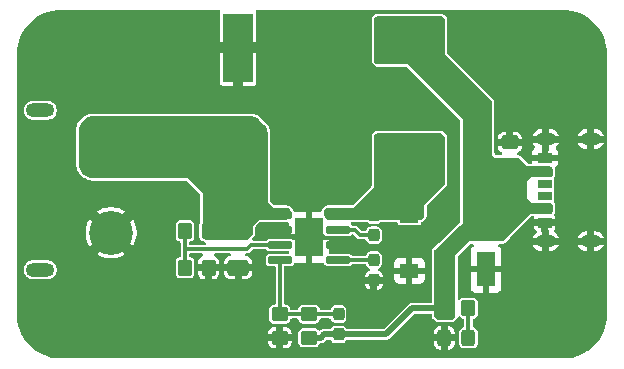
<source format=gbr>
%TF.GenerationSoftware,KiCad,Pcbnew,9.0.4*%
%TF.CreationDate,2025-09-28T14:02:47+03:00*%
%TF.ProjectId,Project_MP2494,50726f6a-6563-4745-9f4d-50323439342e,1.0*%
%TF.SameCoordinates,Original*%
%TF.FileFunction,Copper,L1,Top*%
%TF.FilePolarity,Positive*%
%FSLAX46Y46*%
G04 Gerber Fmt 4.6, Leading zero omitted, Abs format (unit mm)*
G04 Created by KiCad (PCBNEW 9.0.4) date 2025-09-28 14:02:47*
%MOMM*%
%LPD*%
G01*
G04 APERTURE LIST*
G04 Aperture macros list*
%AMRoundRect*
0 Rectangle with rounded corners*
0 $1 Rounding radius*
0 $2 $3 $4 $5 $6 $7 $8 $9 X,Y pos of 4 corners*
0 Add a 4 corners polygon primitive as box body*
4,1,4,$2,$3,$4,$5,$6,$7,$8,$9,$2,$3,0*
0 Add four circle primitives for the rounded corners*
1,1,$1+$1,$2,$3*
1,1,$1+$1,$4,$5*
1,1,$1+$1,$6,$7*
1,1,$1+$1,$8,$9*
0 Add four rect primitives between the rounded corners*
20,1,$1+$1,$2,$3,$4,$5,0*
20,1,$1+$1,$4,$5,$6,$7,0*
20,1,$1+$1,$6,$7,$8,$9,0*
20,1,$1+$1,$8,$9,$2,$3,0*%
G04 Aperture macros list end*
%TA.AperFunction,SMDPad,CuDef*%
%ADD10RoundRect,0.250000X-0.325000X-0.450000X0.325000X-0.450000X0.325000X0.450000X-0.325000X0.450000X0*%
%TD*%
%TA.AperFunction,SMDPad,CuDef*%
%ADD11R,1.600000X3.000000*%
%TD*%
%TA.AperFunction,SMDPad,CuDef*%
%ADD12RoundRect,0.250000X-0.350000X-0.450000X0.350000X-0.450000X0.350000X0.450000X-0.350000X0.450000X0*%
%TD*%
%TA.AperFunction,SMDPad,CuDef*%
%ADD13RoundRect,0.250000X0.475000X-0.337500X0.475000X0.337500X-0.475000X0.337500X-0.475000X-0.337500X0*%
%TD*%
%TA.AperFunction,SMDPad,CuDef*%
%ADD14RoundRect,0.250000X0.350000X0.450000X-0.350000X0.450000X-0.350000X-0.450000X0.350000X-0.450000X0*%
%TD*%
%TA.AperFunction,ComponentPad*%
%ADD15O,2.400000X1.200000*%
%TD*%
%TA.AperFunction,ComponentPad*%
%ADD16R,3.716000X3.716000*%
%TD*%
%TA.AperFunction,ComponentPad*%
%ADD17C,3.716000*%
%TD*%
%TA.AperFunction,SMDPad,CuDef*%
%ADD18RoundRect,0.237500X0.237500X-0.300000X0.237500X0.300000X-0.237500X0.300000X-0.237500X-0.300000X0*%
%TD*%
%TA.AperFunction,SMDPad,CuDef*%
%ADD19RoundRect,0.250000X-0.450000X0.350000X-0.450000X-0.350000X0.450000X-0.350000X0.450000X0.350000X0*%
%TD*%
%TA.AperFunction,SMDPad,CuDef*%
%ADD20R,2.500000X5.800000*%
%TD*%
%TA.AperFunction,SMDPad,CuDef*%
%ADD21RoundRect,0.250000X-0.650000X0.412500X-0.650000X-0.412500X0.650000X-0.412500X0.650000X0.412500X0*%
%TD*%
%TA.AperFunction,ComponentPad*%
%ADD22O,1.701800X1.092200*%
%TD*%
%TA.AperFunction,SMDPad,CuDef*%
%ADD23R,1.193800X0.711200*%
%TD*%
%TA.AperFunction,SMDPad,CuDef*%
%ADD24R,1.193800X0.762000*%
%TD*%
%TA.AperFunction,SMDPad,CuDef*%
%ADD25R,1.193800X0.812800*%
%TD*%
%TA.AperFunction,SMDPad,CuDef*%
%ADD26RoundRect,0.075000X-0.910000X-0.225000X0.910000X-0.225000X0.910000X0.225000X-0.910000X0.225000X0*%
%TD*%
%TA.AperFunction,SMDPad,CuDef*%
%ADD27R,2.410000X3.300000*%
%TD*%
%TA.AperFunction,SMDPad,CuDef*%
%ADD28RoundRect,0.250000X0.450000X-0.350000X0.450000X0.350000X-0.450000X0.350000X-0.450000X-0.350000X0*%
%TD*%
%TA.AperFunction,SMDPad,CuDef*%
%ADD29R,5.400000X2.900000*%
%TD*%
%TA.AperFunction,SMDPad,CuDef*%
%ADD30R,1.600000X1.200000*%
%TD*%
%TA.AperFunction,ViaPad*%
%ADD31C,0.800000*%
%TD*%
%TA.AperFunction,ViaPad*%
%ADD32C,0.600000*%
%TD*%
%TA.AperFunction,Conductor*%
%ADD33C,0.304800*%
%TD*%
%TA.AperFunction,Conductor*%
%ADD34C,0.508000*%
%TD*%
G04 APERTURE END LIST*
D10*
%TO.P,D2,1,K*%
%TO.N,GND*%
X150450000Y-122500000D03*
%TO.P,D2,2,A*%
%TO.N,Net-(D2-A)*%
X152500000Y-122500000D03*
%TD*%
D11*
%TO.P,C6,1,1*%
%TO.N,+5V*%
X154000000Y-112300000D03*
%TO.P,C6,2,2*%
%TO.N,GND*%
X154000000Y-116700000D03*
%TD*%
D12*
%TO.P,R2,1*%
%TO.N,Net-(U1-EN)*%
X128500000Y-116562500D03*
%TO.P,R2,2*%
%TO.N,GND*%
X130500000Y-116562500D03*
%TD*%
D13*
%TO.P,C7,1,1*%
%TO.N,+5V*%
X156000000Y-108037500D03*
%TO.P,C7,2,2*%
%TO.N,GND*%
X156000000Y-105962500D03*
%TD*%
D14*
%TO.P,R1,1*%
%TO.N,VIN*%
X130500000Y-113437500D03*
%TO.P,R1,2*%
%TO.N,Net-(U1-EN)*%
X128500000Y-113437500D03*
%TD*%
D15*
%TO.P,J1,*%
%TO.N,*%
X116250000Y-116750000D03*
X116250000Y-103250000D03*
D16*
%TO.P,J1,1,1*%
%TO.N,VIN*%
X122250000Y-106400000D03*
D17*
%TO.P,J1,2,2*%
%TO.N,GND*%
X122250000Y-113600000D03*
%TD*%
D18*
%TO.P,C4,1,1*%
%TO.N,Net-(U1-BST)*%
X144500000Y-113820000D03*
%TO.P,C4,2,2*%
%TO.N,Net-(D1-C)*%
X144500000Y-112095000D03*
%TD*%
D12*
%TO.P,R5,1*%
%TO.N,+5V*%
X150500000Y-120000000D03*
%TO.P,R5,2*%
%TO.N,Net-(D2-A)*%
X152500000Y-120000000D03*
%TD*%
D19*
%TO.P,R4,1*%
%TO.N,/FB*%
X136525000Y-120500000D03*
%TO.P,R4,2*%
%TO.N,GND*%
X136525000Y-122500000D03*
%TD*%
D20*
%TO.P,C1,1,1*%
%TO.N,VIN*%
X133000000Y-108050000D03*
%TO.P,C1,2,2*%
%TO.N,GND*%
X133000000Y-97950000D03*
%TD*%
D18*
%TO.P,C5,1,1*%
%TO.N,+5V*%
X141500000Y-122225000D03*
%TO.P,C5,2,2*%
%TO.N,/FB*%
X141500000Y-120500000D03*
%TD*%
D21*
%TO.P,C2,1,1*%
%TO.N,VIN*%
X133000000Y-113437500D03*
%TO.P,C2,2,2*%
%TO.N,GND*%
X133000000Y-116562500D03*
%TD*%
D22*
%TO.P,J2,7,SH*%
%TO.N,GND*%
X159045600Y-114320000D03*
X162845599Y-114320000D03*
X159045600Y-105680000D03*
X162845599Y-105680000D03*
D23*
%TO.P,J2,A5,CC1*%
%TO.N,unconnected-(J2-CC1-PadA5)*%
X158965599Y-110499999D03*
D24*
%TO.P,J2,A9,VBUS*%
%TO.N,+5V*%
X158965599Y-108480000D03*
D25*
%TO.P,J2,A12,GND*%
%TO.N,GND*%
X158965599Y-107250000D03*
D23*
%TO.P,J2,B5,CC2*%
%TO.N,unconnected-(J2-CC2-PadB5)*%
X158965599Y-109500001D03*
D24*
%TO.P,J2,B9,VBUS*%
%TO.N,+5V*%
X158965716Y-111519936D03*
D25*
%TO.P,J2,B12,GND*%
%TO.N,GND*%
X158965716Y-112749936D03*
%TD*%
D26*
%TO.P,U1,1,VIN*%
%TO.N,VIN*%
X136525000Y-112095000D03*
%TO.P,U1,2,GND*%
%TO.N,GND*%
X136525000Y-113365000D03*
D27*
X139000000Y-114000000D03*
D26*
%TO.P,U1,3,EN*%
%TO.N,Net-(U1-EN)*%
X136525000Y-114635000D03*
%TO.P,U1,4,FB*%
%TO.N,/FB*%
X136525000Y-115905000D03*
%TO.P,U1,5,SS*%
%TO.N,Net-(U1-SS)*%
X141475000Y-115905000D03*
%TO.P,U1,6,GS*%
%TO.N,GND*%
X141475000Y-114635000D03*
%TO.P,U1,7,BST*%
%TO.N,Net-(U1-BST)*%
X141475000Y-113365000D03*
%TO.P,U1,8,SW*%
%TO.N,Net-(D1-C)*%
X141475000Y-112095000D03*
%TD*%
D18*
%TO.P,C3,1,1*%
%TO.N,GND*%
X144500000Y-117630000D03*
%TO.P,C3,2,2*%
%TO.N,Net-(U1-SS)*%
X144500000Y-115905000D03*
%TD*%
D28*
%TO.P,R3,1*%
%TO.N,+5V*%
X139000000Y-122500000D03*
%TO.P,R3,2*%
%TO.N,/FB*%
X139000000Y-120500000D03*
%TD*%
D29*
%TO.P,L1,1,1*%
%TO.N,Net-(D1-C)*%
X147500000Y-106950000D03*
%TO.P,L1,2,2*%
%TO.N,+5V*%
X147500000Y-97050000D03*
%TD*%
D30*
%TO.P,D1,1,C*%
%TO.N,Net-(D1-C)*%
X147500000Y-112175900D03*
%TO.P,D1,2,A*%
%TO.N,GND*%
X147500000Y-116824100D03*
%TD*%
D31*
%TO.N,GND*%
X121450000Y-119500000D03*
D32*
X138200000Y-113600000D03*
X139000000Y-112800000D03*
D31*
X158650000Y-96300000D03*
D32*
X139000000Y-113600000D03*
D31*
X119650000Y-119500000D03*
X135000000Y-113365000D03*
X158650000Y-101700000D03*
X123750000Y-98450000D03*
X121650000Y-98450000D03*
D32*
X138200000Y-114400000D03*
D31*
X157100000Y-122400000D03*
X135000000Y-97950000D03*
X116250000Y-96650000D03*
X162500000Y-122400000D03*
X162500000Y-118800000D03*
X156850000Y-98100000D03*
X144500000Y-119000000D03*
X128700000Y-119500000D03*
X152250000Y-116700000D03*
X162250000Y-103500000D03*
X156000000Y-104750000D03*
X126900000Y-123100000D03*
X147500000Y-118250000D03*
X158650000Y-99900000D03*
X118050000Y-98450000D03*
X125100000Y-123100000D03*
X162250000Y-101700000D03*
X123750000Y-100250000D03*
D32*
X138200000Y-112800000D03*
X139800000Y-112800000D03*
D31*
X121450000Y-123100000D03*
X160450000Y-103500000D03*
X155750000Y-116700000D03*
X128700000Y-123100000D03*
X158900000Y-120600000D03*
X119850000Y-96650000D03*
X157100000Y-117000000D03*
X119850000Y-98450000D03*
X162500000Y-120600000D03*
X143250000Y-117630000D03*
X157100000Y-120600000D03*
X121450000Y-121300000D03*
X123250000Y-119500000D03*
D32*
X139000000Y-115200000D03*
D31*
X131000000Y-97950000D03*
X123750000Y-96650000D03*
X130500000Y-118000000D03*
X118050000Y-96650000D03*
X160700000Y-117000000D03*
X157100000Y-118800000D03*
X160700000Y-122400000D03*
X156850000Y-103500000D03*
X121650000Y-100250000D03*
X160450000Y-96300000D03*
D32*
X138200000Y-115200000D03*
X139800000Y-114400000D03*
D31*
X147500000Y-115500000D03*
X119850000Y-100250000D03*
X160450000Y-98100000D03*
X133000000Y-101500000D03*
X116250000Y-98450000D03*
X130500000Y-121300000D03*
X128700000Y-121300000D03*
X158900000Y-118800000D03*
X126900000Y-119500000D03*
X117850000Y-119500000D03*
X130500000Y-119500000D03*
X135000000Y-122500000D03*
X143250000Y-114635000D03*
X125100000Y-119500000D03*
X116250000Y-100250000D03*
X125100000Y-121300000D03*
X119650000Y-121300000D03*
D32*
X139800000Y-113600000D03*
D31*
X134500000Y-116562500D03*
X160450000Y-99900000D03*
X118050000Y-100250000D03*
X156850000Y-101700000D03*
X126900000Y-121300000D03*
X160700000Y-120600000D03*
X123250000Y-123100000D03*
X133000000Y-118000000D03*
X149250000Y-122500000D03*
X121650000Y-96650000D03*
X123250000Y-121300000D03*
X162250000Y-98100000D03*
X160450000Y-101700000D03*
X158900000Y-122400000D03*
X158650000Y-103500000D03*
X119650000Y-123100000D03*
X160700000Y-118800000D03*
X156850000Y-99900000D03*
X130500000Y-123100000D03*
D32*
X139000000Y-114400000D03*
D31*
X158900000Y-117000000D03*
X158650000Y-98100000D03*
X162250000Y-99900000D03*
X117850000Y-123100000D03*
X162500000Y-117000000D03*
X156850000Y-96300000D03*
X162250000Y-96300000D03*
X117850000Y-121300000D03*
D32*
X139800000Y-115200000D03*
D31*
X154000000Y-119250000D03*
%TD*%
D33*
%TO.N,Net-(U1-SS)*%
X141475000Y-115905000D02*
X144500000Y-115905000D01*
%TO.N,Net-(U1-BST)*%
X143320000Y-113820000D02*
X144500000Y-113820000D01*
X142865000Y-113365000D02*
X143320000Y-113820000D01*
X141475000Y-113365000D02*
X142865000Y-113365000D01*
%TO.N,/FB*%
X136525000Y-115905000D02*
X136525000Y-120500000D01*
X139000000Y-120500000D02*
X141500000Y-120500000D01*
X136525000Y-120500000D02*
X139000000Y-120500000D01*
D34*
%TO.N,+5V*%
X145525000Y-122225000D02*
X147750000Y-120000000D01*
X140275000Y-122225000D02*
X141500000Y-122225000D01*
X147750000Y-120000000D02*
X150500000Y-120000000D01*
X141500000Y-122225000D02*
X145525000Y-122225000D01*
X139000000Y-122500000D02*
X140000000Y-122500000D01*
X140000000Y-122500000D02*
X140275000Y-122225000D01*
D33*
%TO.N,Net-(D2-A)*%
X152500000Y-120000000D02*
X152500000Y-122500000D01*
%TO.N,Net-(U1-EN)*%
X133750000Y-115000000D02*
X134115000Y-114635000D01*
X134115000Y-114635000D02*
X136525000Y-114635000D01*
X128500000Y-115000000D02*
X128500000Y-116562500D01*
X128500000Y-113437500D02*
X128500000Y-115000000D01*
X128500000Y-115000000D02*
X133750000Y-115000000D01*
%TD*%
%TA.AperFunction,Conductor*%
%TO.N,+5V*%
G36*
X150315677Y-95319685D02*
G01*
X150336319Y-95336319D01*
X150463681Y-95463681D01*
X150497166Y-95525004D01*
X150500000Y-95551362D01*
X150500000Y-98500000D01*
X154463681Y-102463681D01*
X154497166Y-102525004D01*
X154500000Y-102551362D01*
X154500000Y-107000000D01*
X154750000Y-107250000D01*
X156698638Y-107250000D01*
X156765677Y-107269685D01*
X156786319Y-107286319D01*
X157500000Y-108000000D01*
X159448638Y-108000000D01*
X159478078Y-108008644D01*
X159508065Y-108015168D01*
X159513080Y-108018922D01*
X159515677Y-108019685D01*
X159536319Y-108036319D01*
X159613681Y-108113681D01*
X159647166Y-108175004D01*
X159650000Y-108201362D01*
X159650000Y-108698638D01*
X159630315Y-108765677D01*
X159613681Y-108786319D01*
X159536319Y-108863681D01*
X159474996Y-108897166D01*
X159448638Y-108900000D01*
X157849999Y-108900000D01*
X157500000Y-109249999D01*
X157500000Y-109250000D01*
X157500000Y-110750000D01*
X157850000Y-111100000D01*
X159448638Y-111100000D01*
X159478078Y-111108644D01*
X159508065Y-111115168D01*
X159513080Y-111118922D01*
X159515677Y-111119685D01*
X159536319Y-111136319D01*
X159613681Y-111213681D01*
X159647166Y-111275004D01*
X159650000Y-111301362D01*
X159650000Y-111798638D01*
X159630315Y-111865677D01*
X159613681Y-111886319D01*
X159536319Y-111963681D01*
X159474996Y-111997166D01*
X159448638Y-112000000D01*
X157749999Y-112000000D01*
X155436319Y-114313681D01*
X155374996Y-114347166D01*
X155348638Y-114350000D01*
X152642000Y-114350000D01*
X151400000Y-115500000D01*
X151400000Y-120648638D01*
X151380315Y-120715677D01*
X151363681Y-120736319D01*
X151136319Y-120963681D01*
X151074996Y-120997166D01*
X151048638Y-121000000D01*
X149951362Y-121000000D01*
X149884323Y-120980315D01*
X149863681Y-120963681D01*
X149636319Y-120736319D01*
X149602834Y-120674996D01*
X149600000Y-120648638D01*
X149600000Y-115152219D01*
X149619685Y-115085180D01*
X149637353Y-115063515D01*
X151750000Y-113000000D01*
X152000000Y-112750000D01*
X152000000Y-104000000D01*
X147350000Y-99350000D01*
X144801362Y-99350000D01*
X144734323Y-99330315D01*
X144713681Y-99313681D01*
X144536319Y-99136319D01*
X144502834Y-99074996D01*
X144500000Y-99048638D01*
X144500000Y-95551362D01*
X144508644Y-95521921D01*
X144515168Y-95491935D01*
X144518922Y-95486919D01*
X144519685Y-95484323D01*
X144536319Y-95463681D01*
X144663681Y-95336319D01*
X144725004Y-95302834D01*
X144751362Y-95300000D01*
X150248638Y-95300000D01*
X150315677Y-95319685D01*
G37*
%TD.AperFunction*%
%TD*%
%TA.AperFunction,Conductor*%
%TO.N,VIN*%
G36*
X134091847Y-103750597D02*
G01*
X134268728Y-103768018D01*
X134292556Y-103772757D01*
X134456788Y-103822576D01*
X134479240Y-103831877D01*
X134630585Y-103912772D01*
X134650797Y-103926277D01*
X134788186Y-104039030D01*
X134797202Y-104047202D01*
X135202797Y-104452797D01*
X135210969Y-104461813D01*
X135323722Y-104599202D01*
X135337227Y-104619414D01*
X135418121Y-104770756D01*
X135427424Y-104793214D01*
X135477240Y-104957437D01*
X135481982Y-104981278D01*
X135499403Y-105158152D01*
X135500000Y-105170306D01*
X135500000Y-111000000D01*
X136000000Y-111500000D01*
X137065097Y-111500000D01*
X137081282Y-111501061D01*
X137167497Y-111512411D01*
X137198762Y-111520788D01*
X137271527Y-111550928D01*
X137299561Y-111567114D01*
X137362048Y-111615063D01*
X137384936Y-111637951D01*
X137432885Y-111700438D01*
X137449071Y-111728473D01*
X137479210Y-111801236D01*
X137487588Y-111832502D01*
X137498939Y-111918716D01*
X137500000Y-111934902D01*
X137500000Y-112065097D01*
X137498939Y-112081283D01*
X137487588Y-112167497D01*
X137479210Y-112198763D01*
X137449071Y-112271526D01*
X137432885Y-112299561D01*
X137384936Y-112362048D01*
X137362048Y-112384936D01*
X137299561Y-112432885D01*
X137271526Y-112449071D01*
X137198763Y-112479210D01*
X137167497Y-112487588D01*
X137094079Y-112497254D01*
X137081281Y-112498939D01*
X137065097Y-112500000D01*
X134749999Y-112500000D01*
X134250000Y-112999999D01*
X134250000Y-113565097D01*
X134248939Y-113581283D01*
X134237588Y-113667497D01*
X134229210Y-113698763D01*
X134199071Y-113771526D01*
X134182885Y-113799561D01*
X134129942Y-113868557D01*
X134119248Y-113880751D01*
X133880751Y-114119248D01*
X133868557Y-114129942D01*
X133799561Y-114182885D01*
X133771526Y-114199071D01*
X133698763Y-114229210D01*
X133667497Y-114237588D01*
X133594079Y-114247254D01*
X133581281Y-114248939D01*
X133565097Y-114250000D01*
X132250000Y-114250000D01*
X130434903Y-114250000D01*
X130418718Y-114248939D01*
X130403270Y-114246905D01*
X130332502Y-114237588D01*
X130301236Y-114229210D01*
X130228473Y-114199071D01*
X130200438Y-114182885D01*
X130137951Y-114134936D01*
X130115063Y-114112048D01*
X130067114Y-114049561D01*
X130050928Y-114021526D01*
X130020789Y-113948763D01*
X130012411Y-113917496D01*
X130006816Y-113875000D01*
X130001061Y-113831282D01*
X130000000Y-113815097D01*
X130000000Y-110250000D01*
X128750000Y-109000000D01*
X128335786Y-109000000D01*
X120670307Y-109000000D01*
X120658153Y-108999403D01*
X120481278Y-108981982D01*
X120457437Y-108977240D01*
X120293214Y-108927424D01*
X120270756Y-108918121D01*
X120119414Y-108837227D01*
X120099202Y-108823722D01*
X119961813Y-108710969D01*
X119952797Y-108702797D01*
X119797202Y-108547202D01*
X119789030Y-108538186D01*
X119676277Y-108400797D01*
X119662772Y-108380585D01*
X119581878Y-108229243D01*
X119572575Y-108206785D01*
X119522757Y-108042556D01*
X119518018Y-108018728D01*
X119500597Y-107841847D01*
X119500000Y-107829693D01*
X119500000Y-104920306D01*
X119500597Y-104908152D01*
X119518018Y-104731269D01*
X119522757Y-104707445D01*
X119572577Y-104543207D01*
X119581875Y-104520762D01*
X119662775Y-104369408D01*
X119676272Y-104349208D01*
X119789039Y-104211802D01*
X119797192Y-104202807D01*
X119952807Y-104047192D01*
X119961802Y-104039039D01*
X120099208Y-103926272D01*
X120119408Y-103912775D01*
X120270762Y-103831875D01*
X120293207Y-103822577D01*
X120457445Y-103772757D01*
X120481269Y-103768018D01*
X120658153Y-103750597D01*
X120670307Y-103750000D01*
X134079693Y-103750000D01*
X134091847Y-103750597D01*
G37*
%TD.AperFunction*%
%TD*%
%TA.AperFunction,Conductor*%
%TO.N,Net-(D1-C)*%
G36*
X150265677Y-105219685D02*
G01*
X150286319Y-105236319D01*
X150463681Y-105413681D01*
X150497166Y-105475004D01*
X150500000Y-105501362D01*
X150500000Y-109448638D01*
X150480315Y-109515677D01*
X150463681Y-109536319D01*
X148750000Y-111249999D01*
X148750000Y-112198638D01*
X148730315Y-112265677D01*
X148713681Y-112286319D01*
X148536319Y-112463681D01*
X148474996Y-112497166D01*
X148448638Y-112500000D01*
X140551362Y-112500000D01*
X140521921Y-112491355D01*
X140491935Y-112484832D01*
X140486919Y-112481077D01*
X140484323Y-112480315D01*
X140463681Y-112463681D01*
X140441819Y-112441819D01*
X140408334Y-112380496D01*
X140405500Y-112354138D01*
X140405500Y-112330249D01*
X140405499Y-112330247D01*
X140393868Y-112271770D01*
X140393867Y-112271769D01*
X140349552Y-112205448D01*
X140305108Y-112175751D01*
X140260304Y-112122138D01*
X140250000Y-112072649D01*
X140250000Y-111801362D01*
X140269685Y-111734323D01*
X140286319Y-111713681D01*
X140463681Y-111536319D01*
X140525004Y-111502834D01*
X140551362Y-111500000D01*
X142750000Y-111500000D01*
X144500000Y-109750000D01*
X144500000Y-105451362D01*
X144508644Y-105421921D01*
X144515168Y-105391935D01*
X144518922Y-105386919D01*
X144519685Y-105384323D01*
X144536319Y-105363681D01*
X144663681Y-105236319D01*
X144725004Y-105202834D01*
X144751362Y-105200000D01*
X150198638Y-105200000D01*
X150265677Y-105219685D01*
G37*
%TD.AperFunction*%
%TD*%
%TA.AperFunction,Conductor*%
%TO.N,GND*%
G36*
X131431037Y-94770185D02*
G01*
X131476792Y-94822989D01*
X131486736Y-94892147D01*
X131477433Y-94924586D01*
X131452910Y-94980125D01*
X131450000Y-95005205D01*
X131450000Y-97500000D01*
X134549999Y-97500000D01*
X134549999Y-95005214D01*
X134549997Y-95005191D01*
X134547091Y-94980130D01*
X134547090Y-94980126D01*
X134522567Y-94924585D01*
X134513496Y-94855306D01*
X134543321Y-94792122D01*
X134602571Y-94755092D01*
X134636002Y-94750500D01*
X160455830Y-94750500D01*
X160496949Y-94750500D01*
X160503032Y-94750648D01*
X160861433Y-94768256D01*
X160873541Y-94769448D01*
X161225475Y-94821653D01*
X161237389Y-94824023D01*
X161582520Y-94910473D01*
X161594147Y-94914000D01*
X161929151Y-95033867D01*
X161940363Y-95038511D01*
X162262012Y-95190639D01*
X162272720Y-95196363D01*
X162577881Y-95379270D01*
X162587996Y-95386028D01*
X162810924Y-95551362D01*
X162873769Y-95597971D01*
X162883175Y-95605691D01*
X163146790Y-95844618D01*
X163155381Y-95853209D01*
X163357883Y-96076635D01*
X163394308Y-96116824D01*
X163402028Y-96126230D01*
X163613969Y-96412000D01*
X163620729Y-96422118D01*
X163803629Y-96727267D01*
X163809366Y-96737999D01*
X163961485Y-97059629D01*
X163966136Y-97070858D01*
X164085994Y-97405837D01*
X164089526Y-97417481D01*
X164175973Y-97762597D01*
X164178347Y-97774532D01*
X164230550Y-98126457D01*
X164231743Y-98138567D01*
X164249351Y-98496966D01*
X164249500Y-98503051D01*
X164249500Y-120496948D01*
X164249351Y-120503033D01*
X164231743Y-120861432D01*
X164230550Y-120873542D01*
X164178347Y-121225467D01*
X164175973Y-121237402D01*
X164089526Y-121582518D01*
X164085994Y-121594162D01*
X163970999Y-121915553D01*
X163966142Y-121929127D01*
X163961485Y-121940370D01*
X163809366Y-122262000D01*
X163803629Y-122272732D01*
X163620729Y-122577881D01*
X163613969Y-122587999D01*
X163402028Y-122873769D01*
X163394308Y-122883175D01*
X163155388Y-123146783D01*
X163146783Y-123155388D01*
X162883175Y-123394308D01*
X162873769Y-123402028D01*
X162587999Y-123613969D01*
X162577881Y-123620729D01*
X162272732Y-123803629D01*
X162262000Y-123809366D01*
X161940370Y-123961485D01*
X161929134Y-123966139D01*
X161805442Y-124010397D01*
X161594162Y-124085994D01*
X161582518Y-124089526D01*
X161237402Y-124175973D01*
X161225467Y-124178347D01*
X160873542Y-124230550D01*
X160861432Y-124231743D01*
X160523927Y-124248324D01*
X160503031Y-124249351D01*
X160496949Y-124249500D01*
X118003051Y-124249500D01*
X117996968Y-124249351D01*
X117974856Y-124248264D01*
X117638567Y-124231743D01*
X117626457Y-124230550D01*
X117274532Y-124178347D01*
X117262597Y-124175973D01*
X116917481Y-124089526D01*
X116905837Y-124085994D01*
X116570858Y-123966136D01*
X116559629Y-123961485D01*
X116237999Y-123809366D01*
X116227272Y-123803631D01*
X115922118Y-123620729D01*
X115912000Y-123613969D01*
X115626230Y-123402028D01*
X115616824Y-123394308D01*
X115510174Y-123297646D01*
X115353209Y-123155381D01*
X115344618Y-123146790D01*
X115114644Y-122893053D01*
X135525000Y-122893053D01*
X135535613Y-122981443D01*
X135591079Y-123122095D01*
X135682435Y-123242564D01*
X135802904Y-123333920D01*
X135943556Y-123389386D01*
X136031946Y-123400000D01*
X136225000Y-123400000D01*
X136825000Y-123400000D01*
X137018054Y-123400000D01*
X137106443Y-123389386D01*
X137247095Y-123333920D01*
X137367564Y-123242564D01*
X137458920Y-123122095D01*
X137514386Y-122981443D01*
X137525000Y-122893053D01*
X137525000Y-122800000D01*
X136825000Y-122800000D01*
X136825000Y-123400000D01*
X136225000Y-123400000D01*
X136225000Y-122800000D01*
X135525000Y-122800000D01*
X135525000Y-122893053D01*
X115114644Y-122893053D01*
X115105691Y-122883175D01*
X115097971Y-122873769D01*
X115090497Y-122863691D01*
X114886028Y-122587996D01*
X114879270Y-122577881D01*
X114874859Y-122570522D01*
X114696363Y-122272720D01*
X114690633Y-122261999D01*
X114640618Y-122156250D01*
X114617299Y-122106946D01*
X135525000Y-122106946D01*
X135525000Y-122200000D01*
X136225000Y-122200000D01*
X136825000Y-122200000D01*
X137525000Y-122200000D01*
X137525000Y-122106944D01*
X137523653Y-122095730D01*
X138099500Y-122095730D01*
X138099500Y-122904269D01*
X138102353Y-122934699D01*
X138102353Y-122934701D01*
X138147206Y-123062880D01*
X138147207Y-123062882D01*
X138227850Y-123172150D01*
X138337118Y-123252793D01*
X138379845Y-123267744D01*
X138465299Y-123297646D01*
X138495730Y-123300500D01*
X138495734Y-123300500D01*
X139504270Y-123300500D01*
X139534699Y-123297646D01*
X139534701Y-123297646D01*
X139598790Y-123275219D01*
X139662882Y-123252793D01*
X139772150Y-123172150D01*
X139852793Y-123062882D01*
X139861658Y-123037547D01*
X139870362Y-123025410D01*
X139874621Y-123011095D01*
X139890315Y-122997591D01*
X139893570Y-122993053D01*
X149575000Y-122993053D01*
X149585613Y-123081443D01*
X149641079Y-123222095D01*
X149732435Y-123342564D01*
X149852904Y-123433920D01*
X149993556Y-123489386D01*
X150081946Y-123500000D01*
X150150000Y-123500000D01*
X150750000Y-123500000D01*
X150818054Y-123500000D01*
X150906443Y-123489386D01*
X151047095Y-123433920D01*
X151167564Y-123342564D01*
X151258920Y-123222095D01*
X151314386Y-123081443D01*
X151325000Y-122993053D01*
X151325000Y-122800000D01*
X150750000Y-122800000D01*
X150750000Y-123500000D01*
X150150000Y-123500000D01*
X150150000Y-122800000D01*
X149575000Y-122800000D01*
X149575000Y-122993053D01*
X139893570Y-122993053D01*
X139902380Y-122980771D01*
X139917144Y-122974508D01*
X139927585Y-122965526D01*
X139949433Y-122960813D01*
X139961485Y-122955702D01*
X139970052Y-122954501D01*
X140059836Y-122954501D01*
X140151002Y-122930072D01*
X140158352Y-122928102D01*
X140158357Y-122928102D01*
X140166975Y-122925792D01*
X140175431Y-122923527D01*
X140279070Y-122863691D01*
X140363691Y-122779070D01*
X140363691Y-122779068D01*
X140373893Y-122768867D01*
X140373897Y-122768862D01*
X140426943Y-122715817D01*
X140488267Y-122682333D01*
X140514623Y-122679500D01*
X140769558Y-122679500D01*
X140836597Y-122699185D01*
X140869328Y-122729867D01*
X140949288Y-122838210D01*
X140949289Y-122838211D01*
X141055523Y-122916615D01*
X141055524Y-122916615D01*
X141055525Y-122916616D01*
X141180151Y-122960225D01*
X141180150Y-122960225D01*
X141209740Y-122963000D01*
X141209744Y-122963000D01*
X141790260Y-122963000D01*
X141819849Y-122960225D01*
X141836210Y-122954500D01*
X141944475Y-122916616D01*
X142050711Y-122838211D01*
X142129116Y-122731975D01*
X142129115Y-122731975D01*
X142130672Y-122729867D01*
X142186319Y-122687616D01*
X142230442Y-122679500D01*
X145457552Y-122679500D01*
X145457568Y-122679501D01*
X145465164Y-122679501D01*
X145584835Y-122679501D01*
X145584836Y-122679501D01*
X145676002Y-122655072D01*
X145700431Y-122648527D01*
X145804070Y-122588691D01*
X145888691Y-122504070D01*
X145888691Y-122504068D01*
X145898895Y-122493865D01*
X145898898Y-122493860D01*
X146385812Y-122006946D01*
X149575000Y-122006946D01*
X149575000Y-122200000D01*
X150150000Y-122200000D01*
X150750000Y-122200000D01*
X151325000Y-122200000D01*
X151325000Y-122006946D01*
X151314386Y-121918556D01*
X151258920Y-121777904D01*
X151167564Y-121657435D01*
X151047095Y-121566079D01*
X150906443Y-121510613D01*
X150818054Y-121500000D01*
X150750000Y-121500000D01*
X150750000Y-122200000D01*
X150150000Y-122200000D01*
X150150000Y-121500000D01*
X150081946Y-121500000D01*
X149993556Y-121510613D01*
X149852904Y-121566079D01*
X149732435Y-121657435D01*
X149641079Y-121777904D01*
X149585613Y-121918556D01*
X149575000Y-122006946D01*
X146385812Y-122006946D01*
X147901941Y-120490819D01*
X147963264Y-120457334D01*
X147989622Y-120454500D01*
X149270500Y-120454500D01*
X149337539Y-120474185D01*
X149383294Y-120526989D01*
X149394500Y-120578500D01*
X149394500Y-120648638D01*
X149395678Y-120670618D01*
X149398511Y-120696965D01*
X149398512Y-120696967D01*
X149422470Y-120773478D01*
X149422471Y-120773483D01*
X149436872Y-120799855D01*
X149455956Y-120834805D01*
X149455958Y-120834808D01*
X149455960Y-120834811D01*
X149490998Y-120881615D01*
X149491002Y-120881619D01*
X149491009Y-120881629D01*
X149491013Y-120881633D01*
X149491016Y-120881636D01*
X149718365Y-121108986D01*
X149718366Y-121108987D01*
X149734716Y-121123674D01*
X149734730Y-121123686D01*
X149734738Y-121123693D01*
X149743136Y-121130460D01*
X149755379Y-121140327D01*
X149826424Y-121177490D01*
X149893456Y-121197173D01*
X149893458Y-121197173D01*
X149893464Y-121197175D01*
X149951362Y-121205500D01*
X149951366Y-121205500D01*
X151048639Y-121205500D01*
X151051180Y-121205363D01*
X151070607Y-121204322D01*
X151070614Y-121204321D01*
X151070618Y-121204321D01*
X151096965Y-121201488D01*
X151173482Y-121177529D01*
X151234805Y-121144044D01*
X151281629Y-121108991D01*
X151508991Y-120881629D01*
X151523693Y-120865262D01*
X151540327Y-120844620D01*
X151577490Y-120773575D01*
X151578656Y-120769603D01*
X151616427Y-120710824D01*
X151679981Y-120681795D01*
X151749140Y-120691735D01*
X151797404Y-120730897D01*
X151827850Y-120772150D01*
X151937118Y-120852793D01*
X152064057Y-120897210D01*
X152120831Y-120937931D01*
X152146578Y-121002884D01*
X152147100Y-121014251D01*
X152147100Y-121494496D01*
X152127415Y-121561535D01*
X152074611Y-121607290D01*
X152064055Y-121611537D01*
X151962119Y-121647206D01*
X151962117Y-121647207D01*
X151852850Y-121727850D01*
X151772207Y-121837117D01*
X151772206Y-121837119D01*
X151727353Y-121965298D01*
X151727353Y-121965300D01*
X151724500Y-121995730D01*
X151724500Y-123004269D01*
X151727353Y-123034699D01*
X151727353Y-123034701D01*
X151772206Y-123162880D01*
X151772207Y-123162882D01*
X151852850Y-123272150D01*
X151962118Y-123352793D01*
X152004845Y-123367744D01*
X152090299Y-123397646D01*
X152120730Y-123400500D01*
X152120734Y-123400500D01*
X152879270Y-123400500D01*
X152909699Y-123397646D01*
X152909701Y-123397646D01*
X152973790Y-123375219D01*
X153037882Y-123352793D01*
X153147150Y-123272150D01*
X153227793Y-123162882D01*
X153256290Y-123081443D01*
X153272646Y-123034701D01*
X153272646Y-123034699D01*
X153275500Y-123004269D01*
X153275500Y-121995730D01*
X153272646Y-121965300D01*
X153272646Y-121965298D01*
X153235772Y-121859921D01*
X153227793Y-121837118D01*
X153147150Y-121727850D01*
X153037882Y-121647207D01*
X153037880Y-121647206D01*
X152935945Y-121611537D01*
X152879169Y-121570815D01*
X152853422Y-121505862D01*
X152852900Y-121494496D01*
X152852900Y-121014251D01*
X152872585Y-120947212D01*
X152925389Y-120901457D01*
X152935925Y-120897216D01*
X153062882Y-120852793D01*
X153172150Y-120772150D01*
X153252793Y-120662882D01*
X153275219Y-120598790D01*
X153297646Y-120534701D01*
X153297646Y-120534699D01*
X153300500Y-120504269D01*
X153300500Y-119495730D01*
X153297646Y-119465300D01*
X153297646Y-119465298D01*
X153252793Y-119337119D01*
X153252792Y-119337117D01*
X153205939Y-119273633D01*
X153172150Y-119227850D01*
X153062882Y-119147207D01*
X153062880Y-119147206D01*
X152934700Y-119102353D01*
X152904270Y-119099500D01*
X152904266Y-119099500D01*
X152095734Y-119099500D01*
X152095730Y-119099500D01*
X152065300Y-119102353D01*
X152065298Y-119102353D01*
X151937119Y-119147206D01*
X151937117Y-119147207D01*
X151827848Y-119227851D01*
X151821279Y-119234421D01*
X151819899Y-119233041D01*
X151773617Y-119268179D01*
X151703960Y-119273633D01*
X151642413Y-119240563D01*
X151608514Y-119179467D01*
X151605500Y-119152292D01*
X151605500Y-118247844D01*
X152700000Y-118247844D01*
X152706401Y-118307372D01*
X152706403Y-118307379D01*
X152756645Y-118442086D01*
X152756649Y-118442093D01*
X152842809Y-118557187D01*
X152842812Y-118557190D01*
X152957906Y-118643350D01*
X152957913Y-118643354D01*
X153092620Y-118693596D01*
X153092627Y-118693598D01*
X153152155Y-118699999D01*
X153152172Y-118700000D01*
X153750000Y-118700000D01*
X154250000Y-118700000D01*
X154847828Y-118700000D01*
X154847844Y-118699999D01*
X154907372Y-118693598D01*
X154907379Y-118693596D01*
X155042086Y-118643354D01*
X155042093Y-118643350D01*
X155157187Y-118557190D01*
X155157190Y-118557187D01*
X155243350Y-118442093D01*
X155243354Y-118442086D01*
X155293596Y-118307379D01*
X155293598Y-118307372D01*
X155299999Y-118247844D01*
X155300000Y-118247827D01*
X155300000Y-116950000D01*
X154250000Y-116950000D01*
X154250000Y-118700000D01*
X153750000Y-118700000D01*
X153750000Y-116950000D01*
X152700000Y-116950000D01*
X152700000Y-118247844D01*
X151605500Y-118247844D01*
X151605500Y-115643963D01*
X151625185Y-115576924D01*
X151645250Y-115552979D01*
X152674949Y-114599556D01*
X152686874Y-114588514D01*
X152749439Y-114557410D01*
X152771121Y-114555500D01*
X152854052Y-114555500D01*
X152921091Y-114575185D01*
X152966846Y-114627989D01*
X152976790Y-114697147D01*
X152947765Y-114760703D01*
X152928363Y-114778766D01*
X152842812Y-114842809D01*
X152842809Y-114842812D01*
X152756649Y-114957906D01*
X152756645Y-114957913D01*
X152706403Y-115092620D01*
X152706401Y-115092627D01*
X152700000Y-115152155D01*
X152700000Y-116450000D01*
X155300000Y-116450000D01*
X155300000Y-115152172D01*
X155299999Y-115152155D01*
X155293598Y-115092627D01*
X155293596Y-115092620D01*
X155243354Y-114957913D01*
X155243350Y-114957906D01*
X155157190Y-114842812D01*
X155157187Y-114842809D01*
X155071637Y-114778766D01*
X155029766Y-114722832D01*
X155024782Y-114653141D01*
X155058268Y-114591818D01*
X155119591Y-114558334D01*
X155145948Y-114555500D01*
X155348639Y-114555500D01*
X155351180Y-114555363D01*
X155370607Y-114554322D01*
X155370614Y-114554321D01*
X155370618Y-114554321D01*
X155396965Y-114551488D01*
X155473482Y-114527529D01*
X155534805Y-114494044D01*
X155581629Y-114458991D01*
X156020621Y-114019999D01*
X157949252Y-114019999D01*
X157949252Y-114020000D01*
X158706104Y-114020000D01*
X158629804Y-114040444D01*
X158561395Y-114079940D01*
X158505540Y-114135795D01*
X158466044Y-114204204D01*
X158445600Y-114280504D01*
X158445600Y-114359496D01*
X158466044Y-114435796D01*
X158505540Y-114504205D01*
X158561395Y-114560060D01*
X158629804Y-114599556D01*
X158706104Y-114620000D01*
X157949252Y-114620000D01*
X157990994Y-114720776D01*
X157990999Y-114720785D01*
X158083590Y-114859356D01*
X158083593Y-114859360D01*
X158201439Y-114977206D01*
X158201443Y-114977209D01*
X158340014Y-115069800D01*
X158340023Y-115069805D01*
X158494001Y-115133584D01*
X158494009Y-115133586D01*
X158657461Y-115166099D01*
X158657464Y-115166100D01*
X158745600Y-115166100D01*
X158745600Y-114620000D01*
X159345600Y-114620000D01*
X159345600Y-115166100D01*
X159433736Y-115166100D01*
X159433738Y-115166099D01*
X159597190Y-115133586D01*
X159597198Y-115133584D01*
X159751176Y-115069805D01*
X159751185Y-115069800D01*
X159889756Y-114977209D01*
X159889760Y-114977206D01*
X160007606Y-114859360D01*
X160007609Y-114859356D01*
X160100200Y-114720785D01*
X160100205Y-114720776D01*
X160141948Y-114620000D01*
X159385096Y-114620000D01*
X159461396Y-114599556D01*
X159529805Y-114560060D01*
X159585660Y-114504205D01*
X159625156Y-114435796D01*
X159645600Y-114359496D01*
X159645600Y-114280504D01*
X159625156Y-114204204D01*
X159585660Y-114135795D01*
X159529805Y-114079940D01*
X159461396Y-114040444D01*
X159385096Y-114020000D01*
X160141948Y-114020000D01*
X160141947Y-114019999D01*
X161749251Y-114019999D01*
X161749251Y-114020000D01*
X162506103Y-114020000D01*
X162429803Y-114040444D01*
X162361394Y-114079940D01*
X162305539Y-114135795D01*
X162266043Y-114204204D01*
X162245599Y-114280504D01*
X162245599Y-114359496D01*
X162266043Y-114435796D01*
X162305539Y-114504205D01*
X162361394Y-114560060D01*
X162429803Y-114599556D01*
X162506103Y-114620000D01*
X161749251Y-114620000D01*
X161790993Y-114720776D01*
X161790998Y-114720785D01*
X161883589Y-114859356D01*
X161883592Y-114859360D01*
X162001438Y-114977206D01*
X162001442Y-114977209D01*
X162140013Y-115069800D01*
X162140022Y-115069805D01*
X162294000Y-115133584D01*
X162294008Y-115133586D01*
X162457460Y-115166099D01*
X162457463Y-115166100D01*
X162545599Y-115166100D01*
X162545599Y-114620000D01*
X163145599Y-114620000D01*
X163145599Y-115166100D01*
X163233735Y-115166100D01*
X163233737Y-115166099D01*
X163397189Y-115133586D01*
X163397197Y-115133584D01*
X163551175Y-115069805D01*
X163551184Y-115069800D01*
X163689755Y-114977209D01*
X163689759Y-114977206D01*
X163807605Y-114859360D01*
X163807608Y-114859356D01*
X163900199Y-114720785D01*
X163900204Y-114720776D01*
X163941947Y-114620000D01*
X163185095Y-114620000D01*
X163261395Y-114599556D01*
X163329804Y-114560060D01*
X163385659Y-114504205D01*
X163425155Y-114435796D01*
X163445599Y-114359496D01*
X163445599Y-114280504D01*
X163425155Y-114204204D01*
X163385659Y-114135795D01*
X163329804Y-114079940D01*
X163261395Y-114040444D01*
X163185095Y-114020000D01*
X163941947Y-114020000D01*
X163941946Y-114019999D01*
X163900204Y-113919223D01*
X163900199Y-113919214D01*
X163807608Y-113780643D01*
X163807605Y-113780639D01*
X163689759Y-113662793D01*
X163689755Y-113662790D01*
X163551184Y-113570199D01*
X163551175Y-113570194D01*
X163397197Y-113506415D01*
X163397189Y-113506413D01*
X163233736Y-113473900D01*
X163145599Y-113473900D01*
X163145599Y-114020000D01*
X162545599Y-114020000D01*
X162545599Y-113473900D01*
X162457462Y-113473900D01*
X162294008Y-113506413D01*
X162294000Y-113506415D01*
X162140022Y-113570194D01*
X162140013Y-113570199D01*
X162001442Y-113662790D01*
X162001438Y-113662793D01*
X161883592Y-113780639D01*
X161883589Y-113780643D01*
X161790998Y-113919214D01*
X161790993Y-113919223D01*
X161749251Y-114019999D01*
X160141947Y-114019999D01*
X160100205Y-113919223D01*
X160100200Y-113919214D01*
X160007609Y-113780643D01*
X160007606Y-113780639D01*
X159889760Y-113662793D01*
X159889756Y-113662790D01*
X159770011Y-113582778D01*
X159725206Y-113529165D01*
X159716499Y-113459840D01*
X159746654Y-113396813D01*
X159751221Y-113391994D01*
X159814404Y-113328811D01*
X159814404Y-113328810D01*
X159859705Y-113226213D01*
X159859705Y-113226211D01*
X159862615Y-113201130D01*
X159862616Y-113201127D01*
X159862616Y-113049936D01*
X159265716Y-113049936D01*
X159265716Y-113343900D01*
X159284054Y-113362238D01*
X159288639Y-113363585D01*
X159334394Y-113416389D01*
X159345600Y-113467900D01*
X159345600Y-114020000D01*
X158745600Y-114020000D01*
X158745600Y-113586336D01*
X158727261Y-113567997D01*
X158722677Y-113566651D01*
X158676922Y-113513847D01*
X158665716Y-113462336D01*
X158665716Y-113049936D01*
X158068817Y-113049936D01*
X158068817Y-113201121D01*
X158068818Y-113201144D01*
X158071724Y-113226205D01*
X158071725Y-113226209D01*
X158117027Y-113328810D01*
X158117030Y-113328815D01*
X158196336Y-113408121D01*
X158196339Y-113408123D01*
X158222449Y-113419652D01*
X158275825Y-113464738D01*
X158296353Y-113531524D01*
X158277515Y-113598806D01*
X158241255Y-113636188D01*
X158201445Y-113662788D01*
X158201439Y-113662793D01*
X158083593Y-113780639D01*
X158083590Y-113780643D01*
X157990999Y-113919214D01*
X157990994Y-113919223D01*
X157949252Y-114019999D01*
X156020621Y-114019999D01*
X156711805Y-113328815D01*
X157798800Y-112241819D01*
X157825727Y-112227115D01*
X157851546Y-112210523D01*
X157857746Y-112209631D01*
X157860123Y-112208334D01*
X157886481Y-112205500D01*
X157944816Y-112205500D01*
X158011855Y-112225185D01*
X158057610Y-112277989D01*
X158068816Y-112329500D01*
X158068816Y-112449936D01*
X159862615Y-112449936D01*
X159862615Y-112298750D01*
X159862613Y-112298727D01*
X159859707Y-112273666D01*
X159859706Y-112273662D01*
X159814404Y-112171061D01*
X159814401Y-112171056D01*
X159801096Y-112157751D01*
X159767611Y-112096428D01*
X159772595Y-112026736D01*
X159787710Y-112000196D01*
X159786985Y-111999721D01*
X159790325Y-111994622D01*
X159790327Y-111994620D01*
X159827490Y-111923575D01*
X159847175Y-111856536D01*
X159855500Y-111798638D01*
X159855500Y-111301362D01*
X159854322Y-111279393D01*
X159851488Y-111253035D01*
X159827529Y-111176518D01*
X159794044Y-111115195D01*
X159760047Y-111069781D01*
X159735629Y-111004317D01*
X159748357Y-110945801D01*
X159746693Y-110945112D01*
X159751367Y-110933828D01*
X159762998Y-110875351D01*
X159762999Y-110875349D01*
X159762999Y-110124648D01*
X159762998Y-110124646D01*
X159751367Y-110066169D01*
X159746693Y-110054886D01*
X159748559Y-110054112D01*
X159732307Y-110002222D01*
X159747839Y-109945588D01*
X159746693Y-109945114D01*
X159750470Y-109935994D01*
X159750787Y-109934841D01*
X159751241Y-109934134D01*
X159751367Y-109933830D01*
X159762998Y-109875353D01*
X159762999Y-109875351D01*
X159762999Y-109124650D01*
X159762998Y-109124648D01*
X159751367Y-109066171D01*
X159746693Y-109054888D01*
X159750157Y-109053452D01*
X159735706Y-109007306D01*
X159754188Y-108939925D01*
X159767440Y-108922222D01*
X159773693Y-108915262D01*
X159790327Y-108894620D01*
X159827490Y-108823575D01*
X159847175Y-108756536D01*
X159855500Y-108698638D01*
X159855500Y-108201362D01*
X159854322Y-108179393D01*
X159851488Y-108153035D01*
X159850837Y-108146979D01*
X159852212Y-108146831D01*
X159857258Y-108084167D01*
X159898738Y-108029271D01*
X159919687Y-108013588D01*
X159919689Y-108013586D01*
X160005851Y-107898488D01*
X160005853Y-107898486D01*
X160056095Y-107763779D01*
X160056097Y-107763772D01*
X160062498Y-107704244D01*
X160062499Y-107704227D01*
X160062499Y-107500000D01*
X157868699Y-107500000D01*
X157868699Y-107670500D01*
X157866148Y-107679185D01*
X157867437Y-107688147D01*
X157856458Y-107712187D01*
X157849014Y-107737539D01*
X157842173Y-107743466D01*
X157838412Y-107751703D01*
X157816177Y-107765992D01*
X157796210Y-107783294D01*
X157785695Y-107785581D01*
X157779634Y-107789477D01*
X157744699Y-107794500D01*
X157636482Y-107794500D01*
X157569443Y-107774815D01*
X157548801Y-107758181D01*
X156931634Y-107141013D01*
X156931633Y-107141012D01*
X156915283Y-107126325D01*
X156915269Y-107126313D01*
X156894620Y-107109672D01*
X156823575Y-107072509D01*
X156756537Y-107052825D01*
X156712761Y-107046530D01*
X156649206Y-107017504D01*
X156611433Y-106958725D01*
X156611435Y-106888856D01*
X156649210Y-106830078D01*
X156664805Y-106818570D01*
X156701397Y-106795755D01*
X157868699Y-106795755D01*
X157868699Y-107000000D01*
X158715599Y-107000000D01*
X158715599Y-106294963D01*
X158735284Y-106227924D01*
X158745600Y-106215122D01*
X158745600Y-105980000D01*
X159345600Y-105980000D01*
X159345600Y-106532100D01*
X159341973Y-106544449D01*
X159343017Y-106557277D01*
X159332318Y-106577332D01*
X159325915Y-106599139D01*
X159316189Y-106607566D01*
X159310131Y-106618923D01*
X159282084Y-106640348D01*
X159215599Y-106677496D01*
X159215599Y-107000000D01*
X160062499Y-107000000D01*
X160062499Y-106795772D01*
X160062498Y-106795755D01*
X160056097Y-106736227D01*
X160056095Y-106736220D01*
X160005853Y-106601513D01*
X160005849Y-106601506D01*
X159919689Y-106486412D01*
X159917803Y-106484526D01*
X159916524Y-106482184D01*
X159914374Y-106479312D01*
X159914787Y-106479002D01*
X159884318Y-106423203D01*
X159889302Y-106353511D01*
X159917803Y-106309164D01*
X160007606Y-106219360D01*
X160007609Y-106219356D01*
X160100200Y-106080785D01*
X160100205Y-106080776D01*
X160141948Y-105980000D01*
X159385096Y-105980000D01*
X159461396Y-105959556D01*
X159529805Y-105920060D01*
X159585660Y-105864205D01*
X159625156Y-105795796D01*
X159645600Y-105719496D01*
X159645600Y-105640504D01*
X159625156Y-105564204D01*
X159585660Y-105495795D01*
X159529805Y-105439940D01*
X159461396Y-105400444D01*
X159385096Y-105380000D01*
X160141948Y-105380000D01*
X160141947Y-105379999D01*
X161749251Y-105379999D01*
X161749251Y-105380000D01*
X162506103Y-105380000D01*
X162429803Y-105400444D01*
X162361394Y-105439940D01*
X162305539Y-105495795D01*
X162266043Y-105564204D01*
X162245599Y-105640504D01*
X162245599Y-105719496D01*
X162266043Y-105795796D01*
X162305539Y-105864205D01*
X162361394Y-105920060D01*
X162429803Y-105959556D01*
X162506103Y-105980000D01*
X161749251Y-105980000D01*
X161790993Y-106080776D01*
X161790998Y-106080785D01*
X161883589Y-106219356D01*
X161883592Y-106219360D01*
X162001438Y-106337206D01*
X162001442Y-106337209D01*
X162140013Y-106429800D01*
X162140022Y-106429805D01*
X162294000Y-106493584D01*
X162294008Y-106493586D01*
X162457460Y-106526099D01*
X162457463Y-106526100D01*
X162545599Y-106526100D01*
X162545599Y-105980000D01*
X163145599Y-105980000D01*
X163145599Y-106526100D01*
X163233735Y-106526100D01*
X163233737Y-106526099D01*
X163397189Y-106493586D01*
X163397197Y-106493584D01*
X163551175Y-106429805D01*
X163551184Y-106429800D01*
X163689755Y-106337209D01*
X163689759Y-106337206D01*
X163807605Y-106219360D01*
X163807608Y-106219356D01*
X163900199Y-106080785D01*
X163900204Y-106080776D01*
X163941947Y-105980000D01*
X163185095Y-105980000D01*
X163261395Y-105959556D01*
X163329804Y-105920060D01*
X163385659Y-105864205D01*
X163425155Y-105795796D01*
X163445599Y-105719496D01*
X163445599Y-105640504D01*
X163425155Y-105564204D01*
X163385659Y-105495795D01*
X163329804Y-105439940D01*
X163261395Y-105400444D01*
X163185095Y-105380000D01*
X163941947Y-105380000D01*
X163941946Y-105379999D01*
X163900204Y-105279223D01*
X163900199Y-105279214D01*
X163807608Y-105140643D01*
X163807605Y-105140639D01*
X163689759Y-105022793D01*
X163689755Y-105022790D01*
X163551184Y-104930199D01*
X163551175Y-104930194D01*
X163397197Y-104866415D01*
X163397189Y-104866413D01*
X163233736Y-104833900D01*
X163145599Y-104833900D01*
X163145599Y-105380000D01*
X162545599Y-105380000D01*
X162545599Y-104833900D01*
X162457462Y-104833900D01*
X162294008Y-104866413D01*
X162294000Y-104866415D01*
X162140022Y-104930194D01*
X162140013Y-104930199D01*
X162001442Y-105022790D01*
X162001438Y-105022793D01*
X161883592Y-105140639D01*
X161883589Y-105140643D01*
X161790998Y-105279214D01*
X161790993Y-105279223D01*
X161749251Y-105379999D01*
X160141947Y-105379999D01*
X160100205Y-105279223D01*
X160100200Y-105279214D01*
X160007609Y-105140643D01*
X160007606Y-105140639D01*
X159889760Y-105022793D01*
X159889756Y-105022790D01*
X159751185Y-104930199D01*
X159751176Y-104930194D01*
X159597198Y-104866415D01*
X159597190Y-104866413D01*
X159433737Y-104833900D01*
X159345600Y-104833900D01*
X159345600Y-105380000D01*
X158745600Y-105380000D01*
X158745600Y-104833900D01*
X158657463Y-104833900D01*
X158494009Y-104866413D01*
X158494001Y-104866415D01*
X158340023Y-104930194D01*
X158340014Y-104930199D01*
X158201443Y-105022790D01*
X158201439Y-105022793D01*
X158083593Y-105140639D01*
X158083590Y-105140643D01*
X157990999Y-105279214D01*
X157990994Y-105279223D01*
X157949252Y-105379999D01*
X157949252Y-105380000D01*
X158706104Y-105380000D01*
X158629804Y-105400444D01*
X158561395Y-105439940D01*
X158505540Y-105495795D01*
X158466044Y-105564204D01*
X158445600Y-105640504D01*
X158445600Y-105719496D01*
X158466044Y-105795796D01*
X158505540Y-105864205D01*
X158561395Y-105920060D01*
X158629804Y-105959556D01*
X158706104Y-105980000D01*
X157949252Y-105980000D01*
X157990994Y-106080776D01*
X157990999Y-106080785D01*
X158083590Y-106219356D01*
X158083593Y-106219360D01*
X158104267Y-106240034D01*
X158137752Y-106301357D01*
X158132768Y-106371049D01*
X158090897Y-106426981D01*
X158011511Y-106486409D01*
X158011508Y-106486412D01*
X157925348Y-106601506D01*
X157925344Y-106601513D01*
X157875102Y-106736220D01*
X157875100Y-106736227D01*
X157868699Y-106795755D01*
X156701397Y-106795755D01*
X156868162Y-106691776D01*
X156958920Y-106572095D01*
X157014386Y-106431443D01*
X157025000Y-106343053D01*
X157025000Y-106262500D01*
X154975000Y-106262500D01*
X154975000Y-106343053D01*
X154985613Y-106431443D01*
X155041079Y-106572095D01*
X155132435Y-106692564D01*
X155252904Y-106783920D01*
X155306727Y-106805145D01*
X155361871Y-106848051D01*
X155385064Y-106913959D01*
X155368944Y-106981943D01*
X155318627Y-107030420D01*
X155261237Y-107044500D01*
X154886482Y-107044500D01*
X154819443Y-107024815D01*
X154798801Y-107008181D01*
X154741819Y-106951199D01*
X154708334Y-106889876D01*
X154705500Y-106863518D01*
X154705500Y-105581946D01*
X154975000Y-105581946D01*
X154975000Y-105662500D01*
X155700000Y-105662500D01*
X156300000Y-105662500D01*
X157025000Y-105662500D01*
X157025000Y-105581946D01*
X157014385Y-105493555D01*
X156992979Y-105439270D01*
X156992978Y-105439268D01*
X156958922Y-105352908D01*
X156958921Y-105352906D01*
X156867564Y-105232435D01*
X156747095Y-105141079D01*
X156606443Y-105085613D01*
X156518054Y-105075000D01*
X156300000Y-105075000D01*
X156300000Y-105662500D01*
X155700000Y-105662500D01*
X155700000Y-105075000D01*
X155481946Y-105075000D01*
X155393556Y-105085613D01*
X155252904Y-105141079D01*
X155132435Y-105232435D01*
X155041079Y-105352904D01*
X154985613Y-105493556D01*
X154975000Y-105581946D01*
X154705500Y-105581946D01*
X154705500Y-102551361D01*
X154704321Y-102529381D01*
X154701488Y-102503034D01*
X154701487Y-102503032D01*
X154694358Y-102480264D01*
X154677529Y-102426518D01*
X154644044Y-102365195D01*
X154608991Y-102318371D01*
X150741819Y-98451199D01*
X150708334Y-98389876D01*
X150705500Y-98363518D01*
X150705500Y-95551361D01*
X150704321Y-95529381D01*
X150701488Y-95503034D01*
X150701487Y-95503032D01*
X150697792Y-95491232D01*
X150677529Y-95426518D01*
X150644044Y-95365195D01*
X150644039Y-95365188D01*
X150609001Y-95318384D01*
X150608997Y-95318379D01*
X150608991Y-95318371D01*
X150481629Y-95191009D01*
X150481628Y-95191008D01*
X150481624Y-95191004D01*
X150465283Y-95176325D01*
X150465269Y-95176313D01*
X150444620Y-95159672D01*
X150373575Y-95122509D01*
X150306543Y-95102826D01*
X150305894Y-95102732D01*
X150248638Y-95094500D01*
X144751362Y-95094500D01*
X144751361Y-95094500D01*
X144729381Y-95095678D01*
X144703034Y-95098511D01*
X144703032Y-95098512D01*
X144626521Y-95122470D01*
X144626516Y-95122471D01*
X144565188Y-95155960D01*
X144518384Y-95190998D01*
X144518370Y-95191010D01*
X144391000Y-95318379D01*
X144380837Y-95329692D01*
X144380791Y-95329745D01*
X144376307Y-95334738D01*
X144371578Y-95340606D01*
X144371547Y-95340643D01*
X144359670Y-95355383D01*
X144356332Y-95360476D01*
X144356100Y-95360324D01*
X144351355Y-95367848D01*
X144350646Y-95368795D01*
X144350641Y-95368803D01*
X144338258Y-95395919D01*
X144336873Y-95398951D01*
X144322525Y-95426375D01*
X144321762Y-95428971D01*
X144322999Y-95429334D01*
X144315549Y-95445652D01*
X144315550Y-95445652D01*
X144314367Y-95448242D01*
X144314367Y-95448243D01*
X144310376Y-95466583D01*
X144308311Y-95474733D01*
X144307416Y-95477821D01*
X144307393Y-95477856D01*
X144307317Y-95478114D01*
X144307297Y-95478226D01*
X144302823Y-95493466D01*
X144302823Y-95493467D01*
X144294500Y-95551359D01*
X144294500Y-99048638D01*
X144295678Y-99070618D01*
X144298511Y-99096965D01*
X144298512Y-99096967D01*
X144322470Y-99173478D01*
X144322471Y-99173483D01*
X144336872Y-99199855D01*
X144355956Y-99234805D01*
X144355958Y-99234808D01*
X144355960Y-99234811D01*
X144390998Y-99281615D01*
X144391002Y-99281619D01*
X144391009Y-99281629D01*
X144391016Y-99281636D01*
X144568365Y-99458986D01*
X144568366Y-99458987D01*
X144584716Y-99473674D01*
X144584730Y-99473686D01*
X144584738Y-99473693D01*
X144593136Y-99480460D01*
X144605379Y-99490327D01*
X144676424Y-99527490D01*
X144743456Y-99547173D01*
X144743458Y-99547173D01*
X144743464Y-99547175D01*
X144801362Y-99555500D01*
X147213518Y-99555500D01*
X147280557Y-99575185D01*
X147301199Y-99591819D01*
X151758181Y-104048801D01*
X151791666Y-104110124D01*
X151794500Y-104136482D01*
X151794500Y-112613517D01*
X151785855Y-112642957D01*
X151779332Y-112672944D01*
X151775577Y-112677959D01*
X151774815Y-112680556D01*
X151758181Y-112701198D01*
X151681390Y-112777989D01*
X151606156Y-112853223D01*
X151605119Y-112854248D01*
X149968629Y-114452681D01*
X149523834Y-114887133D01*
X149493751Y-114916516D01*
X149478097Y-114933638D01*
X149460428Y-114955304D01*
X149460427Y-114955306D01*
X149422513Y-115027274D01*
X149422510Y-115027281D01*
X149402826Y-115094315D01*
X149402825Y-115094320D01*
X149402825Y-115094321D01*
X149394510Y-115152155D01*
X149394500Y-115152222D01*
X149394500Y-119421500D01*
X149374815Y-119488539D01*
X149322011Y-119534294D01*
X149270500Y-119545500D01*
X147817448Y-119545500D01*
X147817432Y-119545499D01*
X147809836Y-119545499D01*
X147690164Y-119545499D01*
X147598997Y-119569927D01*
X147589518Y-119572466D01*
X147574570Y-119576472D01*
X147574565Y-119576474D01*
X147470933Y-119636306D01*
X147470927Y-119636311D01*
X147427424Y-119679815D01*
X147386309Y-119720930D01*
X147386307Y-119720932D01*
X146376342Y-120730898D01*
X145373059Y-121734181D01*
X145311736Y-121767666D01*
X145285378Y-121770500D01*
X142230442Y-121770500D01*
X142163403Y-121750815D01*
X142130672Y-121720133D01*
X142050711Y-121611789D01*
X142050710Y-121611788D01*
X141944476Y-121533384D01*
X141819848Y-121489774D01*
X141819849Y-121489774D01*
X141790260Y-121487000D01*
X141790256Y-121487000D01*
X141209744Y-121487000D01*
X141209740Y-121487000D01*
X141180150Y-121489774D01*
X141055523Y-121533384D01*
X140949289Y-121611788D01*
X140949288Y-121611789D01*
X140869328Y-121720133D01*
X140813681Y-121762384D01*
X140769558Y-121770500D01*
X140342448Y-121770500D01*
X140342432Y-121770499D01*
X140334836Y-121770499D01*
X140215164Y-121770499D01*
X140139249Y-121790840D01*
X140139248Y-121790840D01*
X140123997Y-121794927D01*
X140099569Y-121801473D01*
X139995930Y-121861309D01*
X139971348Y-121885890D01*
X139956677Y-121894196D01*
X139938409Y-121898463D01*
X139921944Y-121907454D01*
X139905090Y-121906248D01*
X139888639Y-121910092D01*
X139870965Y-121903806D01*
X139852252Y-121902468D01*
X139838725Y-121892341D01*
X139822809Y-121886681D01*
X139811339Y-121871838D01*
X139796320Y-121860595D01*
X139795819Y-121859921D01*
X139790132Y-121852215D01*
X139772150Y-121827850D01*
X139662882Y-121747207D01*
X139662880Y-121747206D01*
X139534700Y-121702353D01*
X139504270Y-121699500D01*
X139504266Y-121699500D01*
X138495734Y-121699500D01*
X138495730Y-121699500D01*
X138465300Y-121702353D01*
X138465298Y-121702353D01*
X138337119Y-121747206D01*
X138337117Y-121747207D01*
X138227850Y-121827850D01*
X138147207Y-121937117D01*
X138147206Y-121937119D01*
X138102353Y-122065298D01*
X138102353Y-122065300D01*
X138099500Y-122095730D01*
X137523653Y-122095730D01*
X137514386Y-122018556D01*
X137458920Y-121877904D01*
X137367564Y-121757435D01*
X137247095Y-121666079D01*
X137106443Y-121610613D01*
X137018054Y-121600000D01*
X136825000Y-121600000D01*
X136825000Y-122200000D01*
X136225000Y-122200000D01*
X136225000Y-121600000D01*
X136031946Y-121600000D01*
X135943556Y-121610613D01*
X135802904Y-121666079D01*
X135682435Y-121757435D01*
X135591079Y-121877904D01*
X135535613Y-122018556D01*
X135525000Y-122106946D01*
X114617299Y-122106946D01*
X114597601Y-122065298D01*
X114538511Y-121940363D01*
X114533867Y-121929151D01*
X114414000Y-121594147D01*
X114410473Y-121582518D01*
X114391272Y-121505862D01*
X114324023Y-121237389D01*
X114321652Y-121225467D01*
X114318690Y-121205500D01*
X114269448Y-120873541D01*
X114268256Y-120861431D01*
X114267831Y-120852790D01*
X114255861Y-120609132D01*
X114250649Y-120503032D01*
X114250500Y-120496948D01*
X114250500Y-116671153D01*
X114849500Y-116671153D01*
X114849500Y-116828846D01*
X114880261Y-116983489D01*
X114880264Y-116983501D01*
X114940602Y-117129172D01*
X114940609Y-117129185D01*
X115028210Y-117260288D01*
X115028213Y-117260292D01*
X115139707Y-117371786D01*
X115139711Y-117371789D01*
X115270814Y-117459390D01*
X115270827Y-117459397D01*
X115360210Y-117496420D01*
X115416503Y-117519737D01*
X115571153Y-117550499D01*
X115571156Y-117550500D01*
X115571158Y-117550500D01*
X116928844Y-117550500D01*
X116928845Y-117550499D01*
X117083497Y-117519737D01*
X117220473Y-117463000D01*
X117229172Y-117459397D01*
X117229172Y-117459396D01*
X117229179Y-117459394D01*
X117360289Y-117371789D01*
X117471789Y-117260289D01*
X117559394Y-117129179D01*
X117568812Y-117106443D01*
X117582208Y-117074100D01*
X117619737Y-116983497D01*
X117650500Y-116828842D01*
X117650500Y-116671158D01*
X117650500Y-116671155D01*
X117650499Y-116671153D01*
X117637373Y-116605163D01*
X117619737Y-116516503D01*
X117592191Y-116450000D01*
X117559397Y-116370827D01*
X117559390Y-116370814D01*
X117471789Y-116239711D01*
X117471786Y-116239707D01*
X117360292Y-116128213D01*
X117360288Y-116128210D01*
X117229185Y-116040609D01*
X117229172Y-116040602D01*
X117083501Y-115980264D01*
X117083489Y-115980261D01*
X116928845Y-115949500D01*
X116928842Y-115949500D01*
X115571158Y-115949500D01*
X115571155Y-115949500D01*
X115416510Y-115980261D01*
X115416498Y-115980264D01*
X115270827Y-116040602D01*
X115270814Y-116040609D01*
X115139711Y-116128210D01*
X115139707Y-116128213D01*
X115028213Y-116239707D01*
X115028210Y-116239711D01*
X114940609Y-116370814D01*
X114940602Y-116370827D01*
X114880264Y-116516498D01*
X114880261Y-116516510D01*
X114849500Y-116671153D01*
X114250500Y-116671153D01*
X114250500Y-113458563D01*
X120092000Y-113458563D01*
X120092000Y-113741436D01*
X120092001Y-113741452D01*
X120128922Y-114021897D01*
X120128925Y-114021910D01*
X120202139Y-114295153D01*
X120310394Y-114556503D01*
X120310399Y-114556514D01*
X120437297Y-114776305D01*
X120437298Y-114776306D01*
X121031471Y-114182132D01*
X121095377Y-114307554D01*
X121220278Y-114479466D01*
X121370534Y-114629722D01*
X121542446Y-114754623D01*
X121667866Y-114818528D01*
X121073692Y-115412701D01*
X121073692Y-115412702D01*
X121293485Y-115539600D01*
X121293496Y-115539605D01*
X121554846Y-115647860D01*
X121828089Y-115721074D01*
X121828102Y-115721077D01*
X122108547Y-115757998D01*
X122108564Y-115758000D01*
X122391436Y-115758000D01*
X122391452Y-115757998D01*
X122671897Y-115721077D01*
X122671910Y-115721074D01*
X122945153Y-115647860D01*
X123206503Y-115539605D01*
X123206514Y-115539600D01*
X123426306Y-115412702D01*
X123426306Y-115412701D01*
X122832133Y-114818528D01*
X122957554Y-114754623D01*
X123129466Y-114629722D01*
X123279722Y-114479466D01*
X123404623Y-114307554D01*
X123468528Y-114182133D01*
X124062701Y-114776306D01*
X124062702Y-114776306D01*
X124189600Y-114556514D01*
X124189605Y-114556503D01*
X124297860Y-114295153D01*
X124371074Y-114021910D01*
X124371077Y-114021897D01*
X124407998Y-113741452D01*
X124408000Y-113741436D01*
X124408000Y-113458563D01*
X124407998Y-113458547D01*
X124371077Y-113178102D01*
X124371074Y-113178089D01*
X124297860Y-112904846D01*
X124189605Y-112643496D01*
X124189600Y-112643485D01*
X124062701Y-112423692D01*
X123468528Y-113017865D01*
X123404623Y-112892446D01*
X123279722Y-112720534D01*
X123129466Y-112570278D01*
X122957554Y-112445377D01*
X122832133Y-112381471D01*
X123426306Y-111787298D01*
X123426305Y-111787297D01*
X123206514Y-111660399D01*
X123206503Y-111660394D01*
X122945153Y-111552139D01*
X122671910Y-111478925D01*
X122671897Y-111478922D01*
X122391452Y-111442001D01*
X122391436Y-111442000D01*
X122108564Y-111442000D01*
X122108547Y-111442001D01*
X121828102Y-111478922D01*
X121828089Y-111478925D01*
X121554846Y-111552139D01*
X121293499Y-111660393D01*
X121293489Y-111660397D01*
X121073693Y-111787297D01*
X121667867Y-112381471D01*
X121542446Y-112445377D01*
X121370534Y-112570278D01*
X121220278Y-112720534D01*
X121095377Y-112892446D01*
X121031471Y-113017866D01*
X120437297Y-112423693D01*
X120310397Y-112643489D01*
X120310393Y-112643499D01*
X120202139Y-112904846D01*
X120128925Y-113178089D01*
X120128922Y-113178102D01*
X120092001Y-113458547D01*
X120092000Y-113458563D01*
X114250500Y-113458563D01*
X114250500Y-104920306D01*
X119294500Y-104920306D01*
X119294500Y-107829693D01*
X119294747Y-107839775D01*
X119294748Y-107839787D01*
X119295344Y-107851944D01*
X119296085Y-107861974D01*
X119313506Y-108038856D01*
X119313509Y-108038882D01*
X119316462Y-108058795D01*
X119316464Y-108058805D01*
X119321203Y-108082632D01*
X119321214Y-108082678D01*
X119326097Y-108102176D01*
X119326108Y-108102217D01*
X119375923Y-108266436D01*
X119382723Y-108285440D01*
X119392022Y-108307886D01*
X119392029Y-108307903D01*
X119400643Y-108326117D01*
X119400648Y-108326126D01*
X119481516Y-108477419D01*
X119481533Y-108477450D01*
X119491907Y-108494758D01*
X119491912Y-108494767D01*
X119505387Y-108514934D01*
X119505428Y-108514991D01*
X119517413Y-108531152D01*
X119517415Y-108531155D01*
X119630175Y-108668552D01*
X119636779Y-108676208D01*
X119644923Y-108685193D01*
X119651907Y-108692528D01*
X119807470Y-108848091D01*
X119814805Y-108855075D01*
X119823790Y-108863219D01*
X119831446Y-108869823D01*
X119968843Y-108982583D01*
X119968846Y-108982585D01*
X119985007Y-108994570D01*
X119985034Y-108994590D01*
X119985045Y-108994597D01*
X119985064Y-108994611D01*
X120005231Y-109008086D01*
X120005240Y-109008091D01*
X120005246Y-109008095D01*
X120022542Y-109018462D01*
X120022548Y-109018465D01*
X120022579Y-109018482D01*
X120173872Y-109099350D01*
X120173881Y-109099355D01*
X120192095Y-109107969D01*
X120192110Y-109107976D01*
X120214568Y-109117279D01*
X120233561Y-109124075D01*
X120397784Y-109173891D01*
X120397809Y-109173897D01*
X120397810Y-109173898D01*
X120405524Y-109175830D01*
X120417348Y-109178792D01*
X120441189Y-109183534D01*
X120456581Y-109185816D01*
X120461121Y-109186490D01*
X120461126Y-109186490D01*
X120461135Y-109186492D01*
X120596588Y-109199833D01*
X120638030Y-109203915D01*
X120648051Y-109204655D01*
X120648070Y-109204655D01*
X120648071Y-109204656D01*
X120660225Y-109205253D01*
X120670307Y-109205500D01*
X128613518Y-109205500D01*
X128680557Y-109225185D01*
X128701199Y-109241819D01*
X129758181Y-110298801D01*
X129791666Y-110360124D01*
X129794500Y-110386482D01*
X129794500Y-112669733D01*
X129774815Y-112736772D01*
X129770272Y-112743365D01*
X129747207Y-112774618D01*
X129702353Y-112902803D01*
X129699500Y-112933230D01*
X129699500Y-113941769D01*
X129702353Y-113972199D01*
X129702353Y-113972201D01*
X129738989Y-114076897D01*
X129747207Y-114100382D01*
X129827850Y-114209650D01*
X129937118Y-114290293D01*
X129972018Y-114302505D01*
X130039179Y-114326006D01*
X130056156Y-114333412D01*
X130065411Y-114338302D01*
X130075336Y-114345918D01*
X130097688Y-114360853D01*
X130125723Y-114377039D01*
X130149832Y-114388929D01*
X130202530Y-114410756D01*
X130207655Y-114413465D01*
X130228710Y-114433951D01*
X130251579Y-114452380D01*
X130253460Y-114458032D01*
X130257732Y-114462189D01*
X130264369Y-114490807D01*
X130273644Y-114518674D01*
X130272170Y-114524447D01*
X130273517Y-114530253D01*
X130263628Y-114557916D01*
X130256365Y-114586373D01*
X130252004Y-114590433D01*
X130249998Y-114596045D01*
X130226726Y-114613967D01*
X130205228Y-114633984D01*
X130198748Y-114635515D01*
X130194642Y-114638678D01*
X130180122Y-114639916D01*
X130149723Y-114647100D01*
X128976900Y-114647100D01*
X128909861Y-114627415D01*
X128864106Y-114574611D01*
X128852900Y-114523100D01*
X128852900Y-114451751D01*
X128872585Y-114384712D01*
X128925389Y-114338957D01*
X128935925Y-114334716D01*
X129062882Y-114290293D01*
X129172150Y-114209650D01*
X129252793Y-114100382D01*
X129278799Y-114026061D01*
X129297646Y-113972201D01*
X129297646Y-113972199D01*
X129300500Y-113941769D01*
X129300500Y-112933230D01*
X129297646Y-112902800D01*
X129297646Y-112902798D01*
X129260152Y-112795648D01*
X129252793Y-112774618D01*
X129172150Y-112665350D01*
X129062882Y-112584707D01*
X129062880Y-112584706D01*
X128934700Y-112539853D01*
X128904270Y-112537000D01*
X128904266Y-112537000D01*
X128095734Y-112537000D01*
X128095730Y-112537000D01*
X128065300Y-112539853D01*
X128065298Y-112539853D01*
X127937119Y-112584706D01*
X127937117Y-112584707D01*
X127827850Y-112665350D01*
X127747207Y-112774617D01*
X127747206Y-112774619D01*
X127702353Y-112902798D01*
X127702353Y-112902800D01*
X127699500Y-112933230D01*
X127699500Y-113941769D01*
X127702353Y-113972199D01*
X127702353Y-113972201D01*
X127738989Y-114076897D01*
X127747207Y-114100382D01*
X127827850Y-114209650D01*
X127937118Y-114290293D01*
X128064057Y-114334710D01*
X128120831Y-114375431D01*
X128146578Y-114440384D01*
X128147100Y-114451751D01*
X128147100Y-115548248D01*
X128127415Y-115615287D01*
X128074611Y-115661042D01*
X128064055Y-115665289D01*
X127937119Y-115709706D01*
X127937117Y-115709707D01*
X127827850Y-115790350D01*
X127747207Y-115899617D01*
X127747206Y-115899619D01*
X127702353Y-116027798D01*
X127702353Y-116027800D01*
X127699500Y-116058230D01*
X127699500Y-117066769D01*
X127702353Y-117097199D01*
X127702353Y-117097201D01*
X127747206Y-117225380D01*
X127747207Y-117225382D01*
X127827850Y-117334650D01*
X127937118Y-117415293D01*
X127979845Y-117430244D01*
X128065299Y-117460146D01*
X128095730Y-117463000D01*
X128095734Y-117463000D01*
X128904270Y-117463000D01*
X128934699Y-117460146D01*
X128934701Y-117460146D01*
X128998790Y-117437719D01*
X129062882Y-117415293D01*
X129172150Y-117334650D01*
X129252793Y-117225382D01*
X129286456Y-117129179D01*
X129297646Y-117097201D01*
X129297646Y-117097199D01*
X129300500Y-117066769D01*
X129300500Y-117055553D01*
X129600000Y-117055553D01*
X129610613Y-117143943D01*
X129666079Y-117284595D01*
X129757435Y-117405064D01*
X129877904Y-117496420D01*
X130018556Y-117551886D01*
X130106946Y-117562500D01*
X130200000Y-117562500D01*
X130800000Y-117562500D01*
X130893054Y-117562500D01*
X130981443Y-117551886D01*
X131122095Y-117496420D01*
X131242564Y-117405064D01*
X131333920Y-117284595D01*
X131389386Y-117143943D01*
X131400000Y-117055553D01*
X131400000Y-117018053D01*
X131800000Y-117018053D01*
X131810613Y-117106443D01*
X131866079Y-117247095D01*
X131957435Y-117367564D01*
X132077904Y-117458920D01*
X132218556Y-117514386D01*
X132306946Y-117525000D01*
X132700000Y-117525000D01*
X133300000Y-117525000D01*
X133693054Y-117525000D01*
X133781443Y-117514386D01*
X133922095Y-117458920D01*
X134042564Y-117367564D01*
X134133920Y-117247095D01*
X134189386Y-117106443D01*
X134200000Y-117018053D01*
X134200000Y-116862500D01*
X133300000Y-116862500D01*
X133300000Y-117525000D01*
X132700000Y-117525000D01*
X132700000Y-116862500D01*
X131800000Y-116862500D01*
X131800000Y-117018053D01*
X131400000Y-117018053D01*
X131400000Y-116862500D01*
X130800000Y-116862500D01*
X130800000Y-117562500D01*
X130200000Y-117562500D01*
X130200000Y-116862500D01*
X129600000Y-116862500D01*
X129600000Y-117055553D01*
X129300500Y-117055553D01*
X129300500Y-116058230D01*
X129297646Y-116027800D01*
X129297646Y-116027798D01*
X129252793Y-115899619D01*
X129252792Y-115899617D01*
X129228655Y-115866912D01*
X129172150Y-115790350D01*
X129062882Y-115709707D01*
X129062880Y-115709706D01*
X128935945Y-115665289D01*
X128916957Y-115651670D01*
X128895697Y-115641961D01*
X128889093Y-115631684D01*
X128879169Y-115624567D01*
X128870557Y-115602843D01*
X128857923Y-115583183D01*
X128855167Y-115564016D01*
X128853422Y-115559614D01*
X128852900Y-115548248D01*
X128852900Y-115476900D01*
X128872585Y-115409861D01*
X128925389Y-115364106D01*
X128976900Y-115352900D01*
X129924528Y-115352900D01*
X129991567Y-115372585D01*
X130037322Y-115425389D01*
X130047266Y-115494547D01*
X130018241Y-115558103D01*
X129970018Y-115592255D01*
X129877904Y-115628579D01*
X129757435Y-115719935D01*
X129666079Y-115840404D01*
X129610613Y-115981056D01*
X129600000Y-116069446D01*
X129600000Y-116262500D01*
X131400000Y-116262500D01*
X131400000Y-116069446D01*
X131389386Y-115981056D01*
X131333920Y-115840404D01*
X131242564Y-115719935D01*
X131122095Y-115628579D01*
X131029982Y-115592255D01*
X130974838Y-115549349D01*
X130951645Y-115483441D01*
X130967765Y-115415456D01*
X131018082Y-115366980D01*
X131075472Y-115352900D01*
X132292029Y-115352900D01*
X132359068Y-115372585D01*
X132404823Y-115425389D01*
X132414767Y-115494547D01*
X132385742Y-115558103D01*
X132326964Y-115595877D01*
X132306813Y-115600016D01*
X132218556Y-115610613D01*
X132077904Y-115666079D01*
X131957435Y-115757435D01*
X131866079Y-115877904D01*
X131810613Y-116018556D01*
X131800000Y-116106946D01*
X131800000Y-116262500D01*
X134200000Y-116262500D01*
X134200000Y-116106946D01*
X134189386Y-116018556D01*
X134133920Y-115877904D01*
X134042564Y-115757435D01*
X133922095Y-115666079D01*
X133781443Y-115610613D01*
X133693187Y-115600016D01*
X133628973Y-115572479D01*
X133589840Y-115514596D01*
X133588213Y-115444746D01*
X133624608Y-115385104D01*
X133687470Y-115354606D01*
X133707971Y-115352900D01*
X133796458Y-115352900D01*
X133796460Y-115352900D01*
X133886214Y-115328850D01*
X133966686Y-115282390D01*
X134224857Y-115024219D01*
X134286180Y-114990734D01*
X134312538Y-114987900D01*
X135302840Y-114987900D01*
X135369879Y-115007585D01*
X135405942Y-115043009D01*
X135416373Y-115058621D01*
X135416376Y-115058624D01*
X135507505Y-115119515D01*
X135507509Y-115119516D01*
X135547686Y-115127507D01*
X135587867Y-115135500D01*
X137171000Y-115135499D01*
X137179685Y-115138049D01*
X137188647Y-115136761D01*
X137212687Y-115147739D01*
X137238039Y-115155184D01*
X137243966Y-115162024D01*
X137252203Y-115165786D01*
X137266490Y-115188018D01*
X137283794Y-115207987D01*
X137286081Y-115218502D01*
X137289977Y-115224564D01*
X137295000Y-115259499D01*
X137295000Y-115280500D01*
X137275315Y-115347539D01*
X137222511Y-115393294D01*
X137171000Y-115404500D01*
X135587870Y-115404500D01*
X135507504Y-115420485D01*
X135416375Y-115481375D01*
X135355485Y-115572505D01*
X135355483Y-115572509D01*
X135339500Y-115652862D01*
X135339500Y-116157129D01*
X135355485Y-116237495D01*
X135416375Y-116328624D01*
X135452876Y-116353013D01*
X135507505Y-116389515D01*
X135507508Y-116389515D01*
X135507509Y-116389516D01*
X135534533Y-116394891D01*
X135587867Y-116405500D01*
X136048100Y-116405499D01*
X136115139Y-116425183D01*
X136160894Y-116477987D01*
X136172100Y-116529499D01*
X136172100Y-119575500D01*
X136152415Y-119642539D01*
X136099611Y-119688294D01*
X136048100Y-119699500D01*
X136020730Y-119699500D01*
X135990300Y-119702353D01*
X135990298Y-119702353D01*
X135862119Y-119747206D01*
X135862117Y-119747207D01*
X135752850Y-119827850D01*
X135672207Y-119937117D01*
X135672206Y-119937119D01*
X135627353Y-120065298D01*
X135627353Y-120065300D01*
X135624500Y-120095730D01*
X135624500Y-120904269D01*
X135627353Y-120934699D01*
X135627353Y-120934701D01*
X135655190Y-121014251D01*
X135672207Y-121062882D01*
X135752850Y-121172150D01*
X135862118Y-121252793D01*
X135904845Y-121267744D01*
X135990299Y-121297646D01*
X136020730Y-121300500D01*
X136020734Y-121300500D01*
X137029270Y-121300500D01*
X137059699Y-121297646D01*
X137059701Y-121297646D01*
X137123790Y-121275219D01*
X137187882Y-121252793D01*
X137297150Y-121172150D01*
X137377793Y-121062882D01*
X137418268Y-120947212D01*
X137422211Y-120935945D01*
X137462933Y-120879169D01*
X137527886Y-120853422D01*
X137539252Y-120852900D01*
X137985748Y-120852900D01*
X138052787Y-120872585D01*
X138098542Y-120925389D01*
X138102789Y-120935945D01*
X138130190Y-121014251D01*
X138147207Y-121062882D01*
X138227850Y-121172150D01*
X138337118Y-121252793D01*
X138379845Y-121267744D01*
X138465299Y-121297646D01*
X138495730Y-121300500D01*
X138495734Y-121300500D01*
X139504270Y-121300500D01*
X139534699Y-121297646D01*
X139534701Y-121297646D01*
X139598790Y-121275219D01*
X139662882Y-121252793D01*
X139772150Y-121172150D01*
X139852793Y-121062882D01*
X139893268Y-120947212D01*
X139897211Y-120935945D01*
X139937933Y-120879169D01*
X140002886Y-120853422D01*
X140014252Y-120852900D01*
X140728988Y-120852900D01*
X140796027Y-120872585D01*
X140841782Y-120925389D01*
X140846029Y-120935945D01*
X140870884Y-121006975D01*
X140870884Y-121006976D01*
X140949288Y-121113210D01*
X140949289Y-121113211D01*
X141055523Y-121191615D01*
X141055524Y-121191615D01*
X141055525Y-121191616D01*
X141180151Y-121235225D01*
X141180150Y-121235225D01*
X141209740Y-121238000D01*
X141209744Y-121238000D01*
X141790260Y-121238000D01*
X141819849Y-121235225D01*
X141847735Y-121225467D01*
X141944475Y-121191616D01*
X142050711Y-121113211D01*
X142129116Y-121006975D01*
X142172725Y-120882349D01*
X142174116Y-120867515D01*
X142175500Y-120852760D01*
X142175500Y-120147239D01*
X142172725Y-120117650D01*
X142129115Y-119993023D01*
X142050711Y-119886789D01*
X142050710Y-119886788D01*
X141944476Y-119808384D01*
X141819848Y-119764774D01*
X141819849Y-119764774D01*
X141790260Y-119762000D01*
X141790256Y-119762000D01*
X141209744Y-119762000D01*
X141209740Y-119762000D01*
X141180150Y-119764774D01*
X141055523Y-119808384D01*
X140949289Y-119886788D01*
X140949288Y-119886789D01*
X140870884Y-119993023D01*
X140870884Y-119993024D01*
X140846029Y-120064055D01*
X140805307Y-120120831D01*
X140740355Y-120146578D01*
X140728988Y-120147100D01*
X140014252Y-120147100D01*
X139947213Y-120127415D01*
X139901458Y-120074611D01*
X139897211Y-120064055D01*
X139852793Y-119937119D01*
X139852792Y-119937117D01*
X139772150Y-119827850D01*
X139662882Y-119747207D01*
X139662880Y-119747206D01*
X139534700Y-119702353D01*
X139504270Y-119699500D01*
X139504266Y-119699500D01*
X138495734Y-119699500D01*
X138495730Y-119699500D01*
X138465300Y-119702353D01*
X138465298Y-119702353D01*
X138337119Y-119747206D01*
X138337117Y-119747207D01*
X138227850Y-119827850D01*
X138147207Y-119937117D01*
X138147206Y-119937119D01*
X138102789Y-120064055D01*
X138062067Y-120120831D01*
X137997114Y-120146578D01*
X137985748Y-120147100D01*
X137539252Y-120147100D01*
X137472213Y-120127415D01*
X137426458Y-120074611D01*
X137422211Y-120064055D01*
X137377793Y-119937119D01*
X137377792Y-119937117D01*
X137297150Y-119827850D01*
X137187882Y-119747207D01*
X137187880Y-119747206D01*
X137059700Y-119702353D01*
X137029270Y-119699500D01*
X137029266Y-119699500D01*
X137001900Y-119699500D01*
X136934861Y-119679815D01*
X136889106Y-119627011D01*
X136877900Y-119575500D01*
X136877900Y-117972071D01*
X143725000Y-117972071D01*
X143735373Y-118058458D01*
X143789576Y-118195907D01*
X143789579Y-118195913D01*
X143878856Y-118313643D01*
X143996586Y-118402920D01*
X143996592Y-118402923D01*
X144134039Y-118457125D01*
X144134043Y-118457126D01*
X144200000Y-118465046D01*
X144800000Y-118465046D01*
X144865956Y-118457126D01*
X144865960Y-118457125D01*
X145003407Y-118402923D01*
X145003413Y-118402920D01*
X145121143Y-118313643D01*
X145210420Y-118195913D01*
X145210423Y-118195907D01*
X145264626Y-118058458D01*
X145275000Y-117972071D01*
X145275000Y-117930000D01*
X144800000Y-117930000D01*
X144800000Y-118465046D01*
X144200000Y-118465046D01*
X144200000Y-117930000D01*
X143725000Y-117930000D01*
X143725000Y-117972071D01*
X136877900Y-117972071D01*
X136877900Y-117471944D01*
X146200000Y-117471944D01*
X146206401Y-117531472D01*
X146206403Y-117531479D01*
X146256645Y-117666186D01*
X146256649Y-117666193D01*
X146342809Y-117781287D01*
X146342812Y-117781290D01*
X146457906Y-117867450D01*
X146457913Y-117867454D01*
X146592620Y-117917696D01*
X146592627Y-117917698D01*
X146652155Y-117924099D01*
X146652172Y-117924100D01*
X147250000Y-117924100D01*
X147750000Y-117924100D01*
X148347828Y-117924100D01*
X148347844Y-117924099D01*
X148407372Y-117917698D01*
X148407379Y-117917696D01*
X148542086Y-117867454D01*
X148542093Y-117867450D01*
X148657187Y-117781290D01*
X148657190Y-117781287D01*
X148743350Y-117666193D01*
X148743354Y-117666186D01*
X148793596Y-117531479D01*
X148793598Y-117531472D01*
X148799999Y-117471944D01*
X148800000Y-117471927D01*
X148800000Y-117074100D01*
X147750000Y-117074100D01*
X147750000Y-117924100D01*
X147250000Y-117924100D01*
X147250000Y-117074100D01*
X146200000Y-117074100D01*
X146200000Y-117471944D01*
X136877900Y-117471944D01*
X136877900Y-116529499D01*
X136897585Y-116462460D01*
X136950389Y-116416705D01*
X137001900Y-116405499D01*
X137462130Y-116405499D01*
X137462132Y-116405499D01*
X137542495Y-116389515D01*
X137633624Y-116328624D01*
X137694515Y-116237495D01*
X137694515Y-116237491D01*
X137699051Y-116226545D01*
X137742893Y-116172142D01*
X137809188Y-116150079D01*
X137813611Y-116150000D01*
X138750000Y-116150000D01*
X139250000Y-116150000D01*
X140186390Y-116150000D01*
X140253429Y-116169685D01*
X140299184Y-116222489D01*
X140300952Y-116226549D01*
X140305484Y-116237492D01*
X140305485Y-116237495D01*
X140305486Y-116237496D01*
X140366375Y-116328624D01*
X140402876Y-116353013D01*
X140457505Y-116389515D01*
X140457508Y-116389515D01*
X140457509Y-116389516D01*
X140497686Y-116397507D01*
X140537867Y-116405500D01*
X142412132Y-116405499D01*
X142492495Y-116389515D01*
X142583624Y-116328624D01*
X142594058Y-116313009D01*
X142647670Y-116268204D01*
X142697160Y-116257900D01*
X143728988Y-116257900D01*
X143796027Y-116277585D01*
X143841782Y-116330389D01*
X143846029Y-116340945D01*
X143870884Y-116411975D01*
X143870884Y-116411976D01*
X143949288Y-116518210D01*
X143949289Y-116518211D01*
X144055521Y-116596614D01*
X144055523Y-116596614D01*
X144055525Y-116596616D01*
X144059602Y-116598042D01*
X144063463Y-116600811D01*
X144063740Y-116600958D01*
X144063720Y-116600995D01*
X144116377Y-116638761D01*
X144142127Y-116703713D01*
X144128672Y-116772275D01*
X144080287Y-116822680D01*
X144064141Y-116830438D01*
X143996588Y-116857078D01*
X143996586Y-116857079D01*
X143878856Y-116946356D01*
X143789579Y-117064086D01*
X143789576Y-117064092D01*
X143735373Y-117201541D01*
X143725000Y-117287928D01*
X143725000Y-117330000D01*
X145275000Y-117330000D01*
X145275000Y-117287928D01*
X145264627Y-117201544D01*
X145212054Y-117068228D01*
X145212053Y-117068225D01*
X145210423Y-117064092D01*
X145210420Y-117064086D01*
X145121143Y-116946356D01*
X145003413Y-116857079D01*
X145003409Y-116857077D01*
X144935859Y-116830438D01*
X144880715Y-116787532D01*
X144857523Y-116721624D01*
X144873644Y-116653639D01*
X144923962Y-116605163D01*
X144940387Y-116598046D01*
X144944475Y-116596616D01*
X145050711Y-116518211D01*
X145129116Y-116411975D01*
X145172725Y-116287349D01*
X145173641Y-116277585D01*
X145175500Y-116257760D01*
X145175500Y-116176255D01*
X146200000Y-116176255D01*
X146200000Y-116574100D01*
X147250000Y-116574100D01*
X147750000Y-116574100D01*
X148800000Y-116574100D01*
X148800000Y-116176272D01*
X148799999Y-116176255D01*
X148793598Y-116116727D01*
X148793596Y-116116720D01*
X148743354Y-115982013D01*
X148743350Y-115982006D01*
X148657190Y-115866912D01*
X148657187Y-115866909D01*
X148542093Y-115780749D01*
X148542086Y-115780745D01*
X148407379Y-115730503D01*
X148407372Y-115730501D01*
X148347844Y-115724100D01*
X147750000Y-115724100D01*
X147750000Y-116574100D01*
X147250000Y-116574100D01*
X147250000Y-115724100D01*
X146652155Y-115724100D01*
X146592627Y-115730501D01*
X146592620Y-115730503D01*
X146457913Y-115780745D01*
X146457906Y-115780749D01*
X146342812Y-115866909D01*
X146342809Y-115866912D01*
X146256649Y-115982006D01*
X146256645Y-115982013D01*
X146206403Y-116116720D01*
X146206401Y-116116727D01*
X146200000Y-116176255D01*
X145175500Y-116176255D01*
X145175500Y-115552239D01*
X145172725Y-115522650D01*
X145134251Y-115412701D01*
X145129116Y-115398025D01*
X145125624Y-115393294D01*
X145050711Y-115291789D01*
X145050710Y-115291788D01*
X144944476Y-115213384D01*
X144819848Y-115169774D01*
X144819849Y-115169774D01*
X144790260Y-115167000D01*
X144790256Y-115167000D01*
X144209744Y-115167000D01*
X144209740Y-115167000D01*
X144180150Y-115169774D01*
X144055523Y-115213384D01*
X143949289Y-115291788D01*
X143949288Y-115291789D01*
X143870884Y-115398023D01*
X143870884Y-115398024D01*
X143846029Y-115469055D01*
X143805307Y-115525831D01*
X143740355Y-115551578D01*
X143728988Y-115552100D01*
X142697160Y-115552100D01*
X142630121Y-115532415D01*
X142594058Y-115496991D01*
X142583626Y-115481378D01*
X142583623Y-115481375D01*
X142492494Y-115420484D01*
X142492490Y-115420483D01*
X142412137Y-115404500D01*
X140829000Y-115404500D01*
X140761961Y-115384815D01*
X140716206Y-115332011D01*
X140705000Y-115280500D01*
X140705000Y-114250000D01*
X139250000Y-114250000D01*
X139250000Y-116150000D01*
X138750000Y-116150000D01*
X138750000Y-114250000D01*
X137723611Y-114250000D01*
X137656572Y-114230315D01*
X137635930Y-114213681D01*
X137633625Y-114211376D01*
X137576041Y-114172900D01*
X137542495Y-114150485D01*
X137542493Y-114150484D01*
X137542490Y-114150483D01*
X137462136Y-114134500D01*
X135587870Y-114134500D01*
X135507504Y-114150485D01*
X135416376Y-114211375D01*
X135416373Y-114211378D01*
X135405942Y-114226991D01*
X135352330Y-114271796D01*
X135302840Y-114282100D01*
X134307881Y-114282100D01*
X134240842Y-114262415D01*
X134195087Y-114209611D01*
X134185143Y-114140453D01*
X134214168Y-114076897D01*
X134220200Y-114070419D01*
X134264558Y-114026061D01*
X134273750Y-114016248D01*
X134284444Y-114004054D01*
X134292976Y-113993658D01*
X134345919Y-113924662D01*
X134360853Y-113902311D01*
X134377039Y-113874276D01*
X134388929Y-113850167D01*
X134419068Y-113777404D01*
X134427707Y-113751952D01*
X134436085Y-113720686D01*
X134441330Y-113694322D01*
X134452681Y-113608108D01*
X134453999Y-113594725D01*
X134455060Y-113578539D01*
X134455500Y-113565097D01*
X134455500Y-113136481D01*
X134475185Y-113069442D01*
X134491819Y-113048800D01*
X134798800Y-112741819D01*
X134860123Y-112708334D01*
X134886481Y-112705500D01*
X137065084Y-112705500D01*
X137065097Y-112705500D01*
X137078540Y-112705060D01*
X137094724Y-112703999D01*
X137108105Y-112702681D01*
X137154814Y-112696531D01*
X137223848Y-112707296D01*
X137276105Y-112753675D01*
X137295000Y-112819470D01*
X137295000Y-113750000D01*
X138750000Y-113750000D01*
X138750000Y-111850000D01*
X139250000Y-111850000D01*
X139250000Y-113750000D01*
X140276389Y-113750000D01*
X140343428Y-113769685D01*
X140364070Y-113786319D01*
X140366374Y-113788623D01*
X140389312Y-113803949D01*
X140457505Y-113849515D01*
X140457508Y-113849515D01*
X140457509Y-113849516D01*
X140497686Y-113857507D01*
X140537867Y-113865500D01*
X142412132Y-113865499D01*
X142492495Y-113849515D01*
X142583624Y-113788624D01*
X142583626Y-113788620D01*
X142592262Y-113779986D01*
X142593562Y-113781286D01*
X142635764Y-113746011D01*
X142705088Y-113737297D01*
X142768118Y-113767446D01*
X142772945Y-113772021D01*
X143103314Y-114102390D01*
X143183786Y-114148850D01*
X143273540Y-114172900D01*
X143366460Y-114172900D01*
X143728988Y-114172900D01*
X143796027Y-114192585D01*
X143841782Y-114245389D01*
X143846029Y-114255945D01*
X143870884Y-114326975D01*
X143870884Y-114326976D01*
X143949288Y-114433210D01*
X143949289Y-114433211D01*
X144055523Y-114511615D01*
X144055524Y-114511615D01*
X144055525Y-114511616D01*
X144180151Y-114555225D01*
X144180150Y-114555225D01*
X144209740Y-114558000D01*
X144209744Y-114558000D01*
X144790260Y-114558000D01*
X144819849Y-114555225D01*
X144822432Y-114554321D01*
X144944475Y-114511616D01*
X145050711Y-114433211D01*
X145129116Y-114326975D01*
X145172725Y-114202349D01*
X145173641Y-114192585D01*
X145175500Y-114172760D01*
X145175500Y-113467239D01*
X145172725Y-113437650D01*
X145129115Y-113313023D01*
X145050711Y-113206789D01*
X145050710Y-113206788D01*
X144944476Y-113128384D01*
X144819848Y-113084774D01*
X144819849Y-113084774D01*
X144790260Y-113082000D01*
X144790256Y-113082000D01*
X144209744Y-113082000D01*
X144209740Y-113082000D01*
X144180150Y-113084774D01*
X144055523Y-113128384D01*
X143949289Y-113206788D01*
X143949288Y-113206789D01*
X143870884Y-113313023D01*
X143870884Y-113313024D01*
X143846029Y-113384055D01*
X143832410Y-113403042D01*
X143822701Y-113424303D01*
X143812424Y-113430906D01*
X143805307Y-113440831D01*
X143783582Y-113449442D01*
X143763923Y-113462077D01*
X143744758Y-113464832D01*
X143740355Y-113466578D01*
X143728988Y-113467100D01*
X143517538Y-113467100D01*
X143450499Y-113447415D01*
X143429857Y-113430781D01*
X143081687Y-113082611D01*
X143081686Y-113082610D01*
X143001214Y-113036150D01*
X143001215Y-113036150D01*
X142971296Y-113028133D01*
X142911460Y-113012100D01*
X142911458Y-113012100D01*
X142697160Y-113012100D01*
X142630121Y-112992415D01*
X142608861Y-112975159D01*
X142600596Y-112966776D01*
X142583624Y-112941376D01*
X142559967Y-112925569D01*
X142551084Y-112916559D01*
X142540303Y-112896480D01*
X142525687Y-112878991D01*
X142524091Y-112866284D01*
X142518033Y-112855001D01*
X142519820Y-112832278D01*
X142516980Y-112809666D01*
X142522506Y-112798113D01*
X142523511Y-112785346D01*
X142537297Y-112767197D01*
X142547134Y-112746638D01*
X142558029Y-112739907D01*
X142565776Y-112729710D01*
X142587186Y-112721896D01*
X142606577Y-112709918D01*
X142627862Y-112707051D01*
X142631412Y-112705756D01*
X142633685Y-112706267D01*
X142639383Y-112705500D01*
X143904813Y-112705500D01*
X143971852Y-112725185D01*
X143978446Y-112729730D01*
X144055523Y-112786615D01*
X144055524Y-112786615D01*
X144055525Y-112786616D01*
X144180151Y-112830225D01*
X144180150Y-112830225D01*
X144209740Y-112833000D01*
X144209744Y-112833000D01*
X144790260Y-112833000D01*
X144819849Y-112830225D01*
X144944475Y-112786616D01*
X145003079Y-112743365D01*
X145021554Y-112729730D01*
X145087183Y-112705759D01*
X145095187Y-112705500D01*
X146379804Y-112705500D01*
X146446843Y-112725185D01*
X146492598Y-112777989D01*
X146501421Y-112805309D01*
X146511131Y-112854129D01*
X146511132Y-112854130D01*
X146555447Y-112920452D01*
X146621769Y-112964767D01*
X146621770Y-112964768D01*
X146680247Y-112976399D01*
X146680250Y-112976400D01*
X146680252Y-112976400D01*
X148319750Y-112976400D01*
X148319751Y-112976399D01*
X148334568Y-112973452D01*
X148378229Y-112964768D01*
X148378229Y-112964767D01*
X148378231Y-112964767D01*
X148444552Y-112920452D01*
X148488867Y-112854131D01*
X148488867Y-112854129D01*
X148488868Y-112854129D01*
X148500499Y-112795652D01*
X148500500Y-112795650D01*
X148500500Y-112790581D01*
X148520185Y-112723542D01*
X148568706Y-112681497D01*
X148568134Y-112680449D01*
X148572954Y-112677816D01*
X148572989Y-112677787D01*
X148573092Y-112677741D01*
X148573477Y-112677530D01*
X148573482Y-112677529D01*
X148634805Y-112644044D01*
X148681629Y-112608991D01*
X148858991Y-112431629D01*
X148873693Y-112415262D01*
X148890327Y-112394620D01*
X148927490Y-112323575D01*
X148932202Y-112307528D01*
X148947173Y-112256543D01*
X148947173Y-112256542D01*
X148947175Y-112256536D01*
X148955500Y-112198638D01*
X148955500Y-111386481D01*
X148975185Y-111319442D01*
X148991819Y-111298800D01*
X150608986Y-109681634D01*
X150608987Y-109681633D01*
X150623674Y-109665283D01*
X150623693Y-109665262D01*
X150640327Y-109644620D01*
X150677490Y-109573575D01*
X150697175Y-109506536D01*
X150705500Y-109448638D01*
X150705500Y-105501362D01*
X150704322Y-105479393D01*
X150701488Y-105453035D01*
X150677529Y-105376518D01*
X150644044Y-105315195D01*
X150617108Y-105279214D01*
X150609001Y-105268384D01*
X150608998Y-105268381D01*
X150608991Y-105268371D01*
X150558991Y-105218371D01*
X150431634Y-105091013D01*
X150431633Y-105091012D01*
X150415283Y-105076325D01*
X150415269Y-105076313D01*
X150394620Y-105059672D01*
X150323575Y-105022509D01*
X150256543Y-105002826D01*
X150255894Y-105002732D01*
X150198638Y-104994500D01*
X144751362Y-104994500D01*
X144751361Y-104994500D01*
X144729381Y-104995678D01*
X144703034Y-104998511D01*
X144703032Y-104998512D01*
X144626521Y-105022470D01*
X144626516Y-105022471D01*
X144565188Y-105055960D01*
X144518384Y-105090998D01*
X144518370Y-105091010D01*
X144391000Y-105218379D01*
X144380837Y-105229692D01*
X144380791Y-105229745D01*
X144376307Y-105234738D01*
X144371578Y-105240606D01*
X144371547Y-105240643D01*
X144359670Y-105255383D01*
X144356332Y-105260476D01*
X144356100Y-105260324D01*
X144351355Y-105267848D01*
X144350646Y-105268795D01*
X144350641Y-105268803D01*
X144338258Y-105295919D01*
X144336873Y-105298951D01*
X144322525Y-105326375D01*
X144321762Y-105328971D01*
X144322999Y-105329334D01*
X144315549Y-105345652D01*
X144315550Y-105345652D01*
X144314367Y-105348242D01*
X144314367Y-105348243D01*
X144310376Y-105366583D01*
X144308311Y-105374733D01*
X144307416Y-105377821D01*
X144307393Y-105377856D01*
X144307317Y-105378114D01*
X144307297Y-105378226D01*
X144302823Y-105393466D01*
X144302823Y-105393467D01*
X144294500Y-105451359D01*
X144294500Y-109613518D01*
X144274815Y-109680557D01*
X144258181Y-109701199D01*
X142701199Y-111258181D01*
X142639876Y-111291666D01*
X142613518Y-111294500D01*
X140551361Y-111294500D01*
X140529381Y-111295678D01*
X140503034Y-111298511D01*
X140503032Y-111298512D01*
X140426521Y-111322470D01*
X140426516Y-111322471D01*
X140365188Y-111355960D01*
X140318384Y-111390998D01*
X140318363Y-111391016D01*
X140141013Y-111568365D01*
X140141012Y-111568366D01*
X140126325Y-111584716D01*
X140126313Y-111584730D01*
X140109672Y-111605379D01*
X140072509Y-111676424D01*
X140052825Y-111743460D01*
X140052798Y-111743653D01*
X140052770Y-111743714D01*
X140051886Y-111747780D01*
X140051577Y-111747712D01*
X140051577Y-111747713D01*
X140051574Y-111747712D01*
X140051000Y-111747587D01*
X140023770Y-111807207D01*
X139964990Y-111844979D01*
X139930061Y-111850000D01*
X139250000Y-111850000D01*
X138750000Y-111850000D01*
X137813611Y-111850000D01*
X137801753Y-111846518D01*
X137789445Y-111847622D01*
X137768859Y-111836859D01*
X137746572Y-111830315D01*
X137736970Y-111820187D01*
X137727527Y-111815250D01*
X137715361Y-111797394D01*
X137705869Y-111787382D01*
X137696026Y-111770106D01*
X137694515Y-111762505D01*
X137675389Y-111733882D01*
X137673205Y-111730048D01*
X137672707Y-111727945D01*
X137666386Y-111716119D01*
X137649944Y-111676425D01*
X137638929Y-111649832D01*
X137637715Y-111647371D01*
X137627047Y-111625738D01*
X137627040Y-111625726D01*
X137627039Y-111625723D01*
X137615294Y-111605380D01*
X137610858Y-111597695D01*
X137595918Y-111575336D01*
X137578118Y-111552139D01*
X137547969Y-111512849D01*
X137530246Y-111492641D01*
X137507358Y-111469753D01*
X137487150Y-111452030D01*
X137424663Y-111404081D01*
X137402314Y-111389147D01*
X137374280Y-111372961D01*
X137374278Y-111372960D01*
X137374243Y-111372942D01*
X137350184Y-111361078D01*
X137350181Y-111361076D01*
X137277415Y-111330935D01*
X137251939Y-111322287D01*
X137220693Y-111313915D01*
X137220669Y-111313910D01*
X137207135Y-111311218D01*
X137194319Y-111308669D01*
X137194313Y-111308668D01*
X137194317Y-111308668D01*
X137108095Y-111297317D01*
X137094749Y-111296002D01*
X137078543Y-111294940D01*
X137076019Y-111294857D01*
X137065097Y-111294500D01*
X137065084Y-111294500D01*
X136136482Y-111294500D01*
X136069443Y-111274815D01*
X136048801Y-111258181D01*
X135741819Y-110951199D01*
X135708334Y-110889876D01*
X135705500Y-110863518D01*
X135705500Y-105170319D01*
X135705500Y-105170306D01*
X135705253Y-105160224D01*
X135704656Y-105148070D01*
X135704108Y-105140643D01*
X135703915Y-105138029D01*
X135698752Y-105085613D01*
X135686492Y-104961135D01*
X135683534Y-104941189D01*
X135678792Y-104917348D01*
X135673891Y-104897784D01*
X135624075Y-104733561D01*
X135617279Y-104714568D01*
X135607976Y-104692110D01*
X135599356Y-104673884D01*
X135599355Y-104673881D01*
X135599350Y-104673872D01*
X135518482Y-104522579D01*
X135518465Y-104522548D01*
X135518462Y-104522542D01*
X135508095Y-104505246D01*
X135508091Y-104505240D01*
X135508086Y-104505231D01*
X135494611Y-104485064D01*
X135494597Y-104485045D01*
X135494590Y-104485034D01*
X135493485Y-104483544D01*
X135482585Y-104468846D01*
X135482583Y-104468843D01*
X135369823Y-104331446D01*
X135363219Y-104323790D01*
X135355075Y-104314805D01*
X135348091Y-104307470D01*
X134942528Y-103901907D01*
X134935193Y-103894923D01*
X134926208Y-103886779D01*
X134918552Y-103880175D01*
X134781155Y-103767415D01*
X134781152Y-103767413D01*
X134764991Y-103755428D01*
X134764981Y-103755421D01*
X134764965Y-103755409D01*
X134764953Y-103755401D01*
X134764925Y-103755381D01*
X134744763Y-103741911D01*
X134744753Y-103741904D01*
X134727456Y-103731537D01*
X134727447Y-103731532D01*
X134727437Y-103731526D01*
X134576127Y-103650650D01*
X134576104Y-103650638D01*
X134557895Y-103642026D01*
X134557885Y-103642021D01*
X134535443Y-103632724D01*
X134516439Y-103625924D01*
X134352217Y-103576108D01*
X134352176Y-103576097D01*
X134332678Y-103571214D01*
X134332645Y-103571206D01*
X134332641Y-103571205D01*
X134332637Y-103571204D01*
X134332632Y-103571203D01*
X134308805Y-103566464D01*
X134308795Y-103566462D01*
X134288882Y-103563509D01*
X134288856Y-103563506D01*
X134111974Y-103546085D01*
X134101944Y-103545344D01*
X134094137Y-103544961D01*
X134089775Y-103544747D01*
X134079693Y-103544500D01*
X120670307Y-103544500D01*
X120663249Y-103544672D01*
X120660219Y-103544747D01*
X120648063Y-103545344D01*
X120638011Y-103546086D01*
X120461141Y-103563505D01*
X120461115Y-103563508D01*
X120441193Y-103566464D01*
X120441175Y-103566467D01*
X120417360Y-103571204D01*
X120417350Y-103571206D01*
X120397806Y-103576101D01*
X120397772Y-103576110D01*
X120233556Y-103625923D01*
X120233544Y-103625928D01*
X120214582Y-103632713D01*
X120214536Y-103632731D01*
X120192121Y-103642018D01*
X120192114Y-103642021D01*
X120175959Y-103649661D01*
X120173873Y-103650648D01*
X120022549Y-103731532D01*
X120005239Y-103741907D01*
X119985052Y-103755395D01*
X119985013Y-103755423D01*
X119968852Y-103767408D01*
X119968849Y-103767410D01*
X119831421Y-103880195D01*
X119823804Y-103886766D01*
X119814804Y-103894923D01*
X119807480Y-103901897D01*
X119651897Y-104057480D01*
X119644923Y-104064804D01*
X119636766Y-104073804D01*
X119630195Y-104081421D01*
X119517410Y-104218849D01*
X119517408Y-104218852D01*
X119505423Y-104235013D01*
X119505395Y-104235052D01*
X119491907Y-104255239D01*
X119481532Y-104272549D01*
X119400648Y-104423873D01*
X119392018Y-104442121D01*
X119382731Y-104464536D01*
X119382713Y-104464582D01*
X119375928Y-104483544D01*
X119375923Y-104483556D01*
X119326110Y-104647772D01*
X119326101Y-104647806D01*
X119321206Y-104667350D01*
X119321204Y-104667360D01*
X119316467Y-104691175D01*
X119316464Y-104691193D01*
X119313508Y-104711115D01*
X119313505Y-104711137D01*
X119296085Y-104888014D01*
X119295344Y-104898062D01*
X119295344Y-104898070D01*
X119294747Y-104910224D01*
X119294500Y-104920306D01*
X114250500Y-104920306D01*
X114250500Y-103171153D01*
X114849500Y-103171153D01*
X114849500Y-103328846D01*
X114880261Y-103483489D01*
X114880264Y-103483501D01*
X114940602Y-103629172D01*
X114940609Y-103629185D01*
X115028210Y-103760288D01*
X115028213Y-103760292D01*
X115139707Y-103871786D01*
X115139711Y-103871789D01*
X115270814Y-103959390D01*
X115270827Y-103959397D01*
X115416498Y-104019735D01*
X115416503Y-104019737D01*
X115562617Y-104048801D01*
X115571153Y-104050499D01*
X115571156Y-104050500D01*
X115571158Y-104050500D01*
X116928844Y-104050500D01*
X116928845Y-104050499D01*
X117083497Y-104019737D01*
X117229179Y-103959394D01*
X117360289Y-103871789D01*
X117471789Y-103760289D01*
X117559394Y-103629179D01*
X117619737Y-103483497D01*
X117650500Y-103328842D01*
X117650500Y-103171158D01*
X117650500Y-103171155D01*
X117650499Y-103171153D01*
X117619738Y-103016510D01*
X117619737Y-103016503D01*
X117619735Y-103016498D01*
X117559397Y-102870827D01*
X117559390Y-102870814D01*
X117471789Y-102739711D01*
X117471786Y-102739707D01*
X117360292Y-102628213D01*
X117360288Y-102628210D01*
X117229185Y-102540609D01*
X117229172Y-102540602D01*
X117083501Y-102480264D01*
X117083489Y-102480261D01*
X116928845Y-102449500D01*
X116928842Y-102449500D01*
X115571158Y-102449500D01*
X115571155Y-102449500D01*
X115416510Y-102480261D01*
X115416498Y-102480264D01*
X115270827Y-102540602D01*
X115270814Y-102540609D01*
X115139711Y-102628210D01*
X115139707Y-102628213D01*
X115028213Y-102739707D01*
X115028210Y-102739711D01*
X114940609Y-102870814D01*
X114940602Y-102870827D01*
X114880264Y-103016498D01*
X114880261Y-103016510D01*
X114849500Y-103171153D01*
X114250500Y-103171153D01*
X114250500Y-100894785D01*
X131450001Y-100894785D01*
X131450002Y-100894808D01*
X131452908Y-100919869D01*
X131452909Y-100919873D01*
X131498211Y-101022474D01*
X131498214Y-101022479D01*
X131577520Y-101101785D01*
X131577525Y-101101788D01*
X131680123Y-101147089D01*
X131705206Y-101149999D01*
X132549999Y-101149999D01*
X133450000Y-101149999D01*
X134294786Y-101149999D01*
X134294808Y-101149997D01*
X134319869Y-101147091D01*
X134319873Y-101147090D01*
X134422474Y-101101788D01*
X134422479Y-101101785D01*
X134501785Y-101022479D01*
X134501788Y-101022474D01*
X134547089Y-100919877D01*
X134547089Y-100919875D01*
X134549999Y-100894794D01*
X134550000Y-100894791D01*
X134550000Y-98400000D01*
X133450000Y-98400000D01*
X133450000Y-101149999D01*
X132549999Y-101149999D01*
X132550000Y-101149998D01*
X132550000Y-98400000D01*
X131450001Y-98400000D01*
X131450001Y-100894785D01*
X114250500Y-100894785D01*
X114250500Y-98503051D01*
X114250649Y-98496966D01*
X114258235Y-98342553D01*
X114258235Y-98342552D01*
X114268256Y-98138568D01*
X114269449Y-98126457D01*
X114301240Y-97912139D01*
X114321654Y-97774520D01*
X114324022Y-97762613D01*
X114410475Y-97417473D01*
X114413998Y-97405858D01*
X114533869Y-97070840D01*
X114538508Y-97059643D01*
X114690643Y-96737979D01*
X114696358Y-96727287D01*
X114879278Y-96422105D01*
X114886021Y-96412012D01*
X115097979Y-96126219D01*
X115105682Y-96116834D01*
X115344628Y-95853198D01*
X115353198Y-95844628D01*
X115616834Y-95605682D01*
X115626219Y-95597979D01*
X115912012Y-95386021D01*
X115922105Y-95379278D01*
X116227287Y-95196358D01*
X116237979Y-95190643D01*
X116559643Y-95038508D01*
X116570840Y-95033869D01*
X116905858Y-94913998D01*
X116917473Y-94910475D01*
X117262613Y-94824022D01*
X117274520Y-94821654D01*
X117626460Y-94769448D01*
X117638564Y-94768256D01*
X117996967Y-94750648D01*
X118003051Y-94750500D01*
X118044170Y-94750500D01*
X131363998Y-94750500D01*
X131431037Y-94770185D01*
G37*
%TD.AperFunction*%
%TD*%
M02*

</source>
